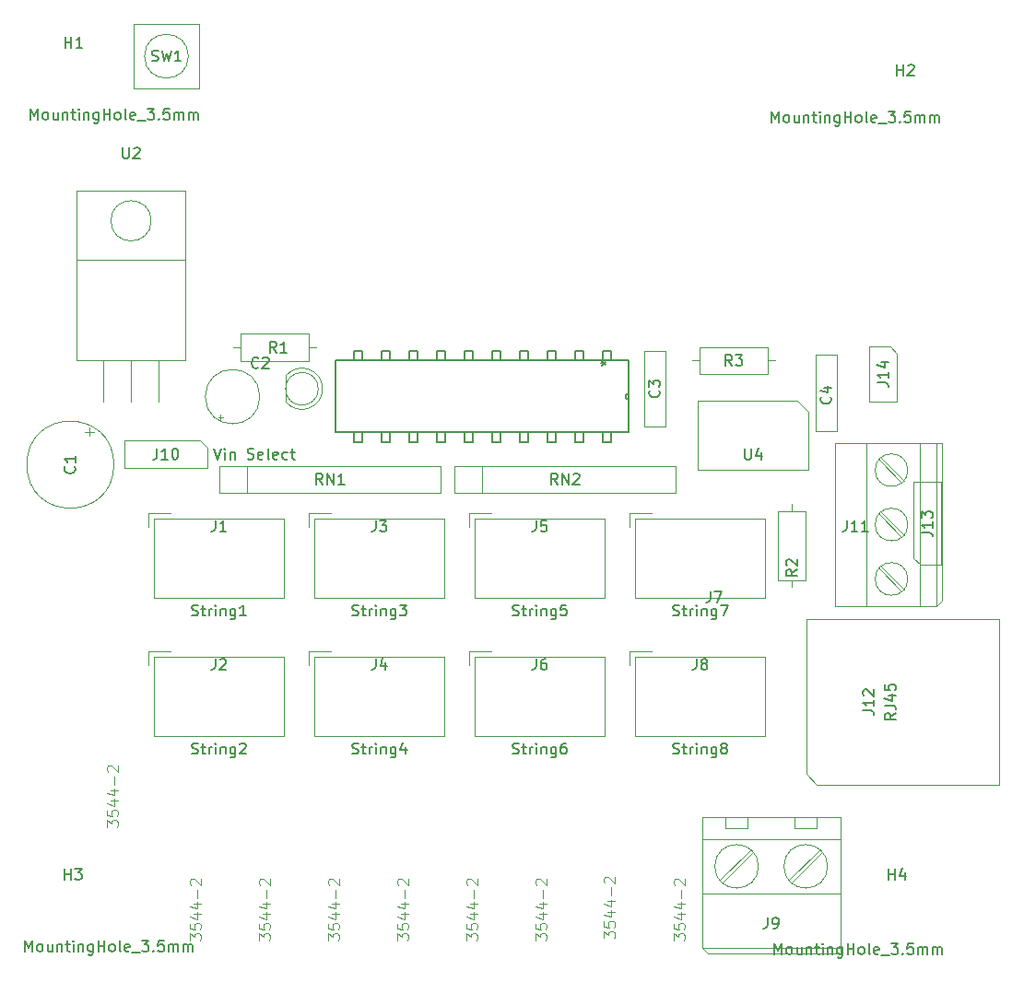
<source format=gbr>
G04 #@! TF.GenerationSoftware,KiCad,Pcbnew,(5.1.9)-1*
G04 #@! TF.CreationDate,2021-05-12T23:26:12-04:00*
G04 #@! TF.ProjectId,ESP32_Controller,45535033-325f-4436-9f6e-74726f6c6c65,v1.2*
G04 #@! TF.SameCoordinates,Original*
G04 #@! TF.FileFunction,Other,Fab,Top*
%FSLAX46Y46*%
G04 Gerber Fmt 4.6, Leading zero omitted, Abs format (unit mm)*
G04 Created by KiCad (PCBNEW (5.1.9)-1) date 2021-05-12 23:26:12*
%MOMM*%
%LPD*%
G01*
G04 APERTURE LIST*
%ADD10C,0.100000*%
%ADD11C,0.120000*%
%ADD12C,0.152400*%
%ADD13C,0.150000*%
%ADD14C,0.050000*%
G04 APERTURE END LIST*
D10*
X132470000Y-86465000D02*
X132470000Y-88370000D01*
X132470000Y-88370000D02*
X124850000Y-88370000D01*
X124850000Y-88370000D02*
X124850000Y-85830000D01*
X124850000Y-85830000D02*
X131835000Y-85830000D01*
X131835000Y-85830000D02*
X132470000Y-86465000D01*
X199898000Y-97282000D02*
X197993000Y-97282000D01*
X197993000Y-97282000D02*
X197358000Y-96647000D01*
X197358000Y-96647000D02*
X197358000Y-89662000D01*
X197358000Y-89662000D02*
X199898000Y-89662000D01*
X199898000Y-89662000D02*
X199898000Y-97282000D01*
D11*
X205232000Y-117505000D02*
X188492000Y-117505000D01*
X205232000Y-102205000D02*
X205232000Y-117505000D01*
X187492000Y-102205000D02*
X205232000Y-102205000D01*
X187492000Y-116505000D02*
X187492000Y-102205000D01*
X188492000Y-117505000D02*
X187492000Y-116505000D01*
D10*
X177698000Y-77236000D02*
X177698000Y-79736000D01*
X177698000Y-79736000D02*
X183998000Y-79736000D01*
X183998000Y-79736000D02*
X183998000Y-77236000D01*
X183998000Y-77236000D02*
X177698000Y-77236000D01*
X177038000Y-78486000D02*
X177698000Y-78486000D01*
X184658000Y-78486000D02*
X183998000Y-78486000D01*
X142673200Y-81076800D02*
G75*
G03*
X142673200Y-81076800I-1500000J0D01*
G01*
X139673200Y-79910610D02*
X139673200Y-82242990D01*
X139672645Y-82242276D02*
G75*
G03*
X139673200Y-79910610I1500555J1165476D01*
G01*
X141834000Y-78504100D02*
X141834000Y-76004100D01*
X141834000Y-76004100D02*
X135534000Y-76004100D01*
X135534000Y-76004100D02*
X135534000Y-78504100D01*
X135534000Y-78504100D02*
X141834000Y-78504100D01*
X142494000Y-77254100D02*
X141834000Y-77254100D01*
X134874000Y-77254100D02*
X135534000Y-77254100D01*
X193294000Y-82296000D02*
X193294000Y-77216000D01*
X195834000Y-82296000D02*
X193294000Y-82296000D01*
X195834000Y-77851000D02*
X195834000Y-82296000D01*
X195199000Y-77216000D02*
X195834000Y-77851000D01*
X193294000Y-77216000D02*
X195199000Y-77216000D01*
X130741564Y-50510000D02*
G75*
G03*
X130741564Y-50510000I-2015564J0D01*
G01*
X125726000Y-47510000D02*
X128726000Y-47510000D01*
X125726000Y-53510000D02*
X125726000Y-47510000D01*
X131726000Y-53510000D02*
X125726000Y-53510000D01*
X131726000Y-47510000D02*
X131726000Y-53510000D01*
X128726000Y-47510000D02*
X131726000Y-47510000D01*
X187706000Y-83169000D02*
X187706000Y-88519000D01*
X187706000Y-88519000D02*
X177546000Y-88519000D01*
X177546000Y-88519000D02*
X177546000Y-82169000D01*
X177546000Y-82169000D02*
X186706000Y-82169000D01*
X186706000Y-82169000D02*
X187706000Y-83169000D01*
X184932000Y-98654000D02*
X187432000Y-98654000D01*
X187432000Y-98654000D02*
X187432000Y-92354000D01*
X187432000Y-92354000D02*
X184932000Y-92354000D01*
X184932000Y-92354000D02*
X184932000Y-98654000D01*
X186182000Y-99314000D02*
X186182000Y-98654000D01*
X186182000Y-91694000D02*
X186182000Y-92354000D01*
X196826000Y-98552000D02*
G75*
G03*
X196826000Y-98552000I-1500000J0D01*
G01*
X196826000Y-93552000D02*
G75*
G03*
X196826000Y-93552000I-1500000J0D01*
G01*
X196826000Y-88552000D02*
G75*
G03*
X196826000Y-88552000I-1500000J0D01*
G01*
X190126000Y-101052000D02*
X190126000Y-86052000D01*
X190126000Y-86052000D02*
X199926000Y-86052000D01*
X199926000Y-86052000D02*
X199926000Y-100552000D01*
X199926000Y-100552000D02*
X199426000Y-101052000D01*
X199426000Y-101052000D02*
X190126000Y-101052000D01*
X199426000Y-101052000D02*
X199426000Y-86052000D01*
X197926000Y-101052000D02*
X197926000Y-86052000D01*
X193026000Y-101052000D02*
X193026000Y-86052000D01*
X194371000Y-97414000D02*
X196464000Y-99507000D01*
X194188000Y-97597000D02*
X196281000Y-99690000D01*
X194371000Y-92414000D02*
X196464000Y-94506000D01*
X194188000Y-92597000D02*
X196281000Y-94689000D01*
X194371000Y-87414000D02*
X196464000Y-89506000D01*
X194188000Y-87597000D02*
X196281000Y-89689000D01*
X188357000Y-84947000D02*
X190357000Y-84947000D01*
X190357000Y-84947000D02*
X190357000Y-77947000D01*
X190357000Y-77947000D02*
X188357000Y-77947000D01*
X188357000Y-77947000D02*
X188357000Y-84947000D01*
X127326000Y-65636000D02*
G75*
G03*
X127326000Y-65636000I-1850000J0D01*
G01*
X120476000Y-69236000D02*
X120476000Y-62836000D01*
X120476000Y-62836000D02*
X130476000Y-62836000D01*
X130476000Y-62836000D02*
X130476000Y-69236000D01*
X130476000Y-69236000D02*
X120476000Y-69236000D01*
X120476000Y-78486000D02*
X120476000Y-69236000D01*
X120476000Y-69236000D02*
X130476000Y-69236000D01*
X130476000Y-69236000D02*
X130476000Y-78486000D01*
X130476000Y-78486000D02*
X120476000Y-78486000D01*
X122936000Y-78486000D02*
X122936000Y-82296000D01*
X125476000Y-78486000D02*
X125476000Y-82296000D01*
X128016000Y-78486000D02*
X128016000Y-82296000D01*
X127598000Y-105732000D02*
X127598000Y-112982000D01*
X127598000Y-112982000D02*
X139498000Y-112982000D01*
X139498000Y-112982000D02*
X139498000Y-105732000D01*
X139498000Y-105732000D02*
X127598000Y-105732000D01*
X127098000Y-106482000D02*
X127098000Y-105232000D01*
X127098000Y-105232000D02*
X129098000Y-105232000D01*
X157062000Y-105732000D02*
X157062000Y-112982000D01*
X157062000Y-112982000D02*
X168962000Y-112982000D01*
X168962000Y-112982000D02*
X168962000Y-105732000D01*
X168962000Y-105732000D02*
X157062000Y-105732000D01*
X156562000Y-106482000D02*
X156562000Y-105232000D01*
X156562000Y-105232000D02*
X158562000Y-105232000D01*
X142330000Y-105732000D02*
X142330000Y-112982000D01*
X142330000Y-112982000D02*
X154230000Y-112982000D01*
X154230000Y-112982000D02*
X154230000Y-105732000D01*
X154230000Y-105732000D02*
X142330000Y-105732000D01*
X141830000Y-106482000D02*
X141830000Y-105232000D01*
X141830000Y-105232000D02*
X143830000Y-105232000D01*
X171794000Y-105732000D02*
X171794000Y-112982000D01*
X171794000Y-112982000D02*
X183694000Y-112982000D01*
X183694000Y-112982000D02*
X183694000Y-105732000D01*
X183694000Y-105732000D02*
X171794000Y-105732000D01*
X171294000Y-106482000D02*
X171294000Y-105232000D01*
X171294000Y-105232000D02*
X173294000Y-105232000D01*
X155174000Y-88158000D02*
X155174000Y-90658000D01*
X155174000Y-90658000D02*
X175534000Y-90658000D01*
X175534000Y-90658000D02*
X175534000Y-88158000D01*
X175534000Y-88158000D02*
X155174000Y-88158000D01*
X157734000Y-88158000D02*
X157734000Y-90658000D01*
X133584000Y-88158000D02*
X133584000Y-90658000D01*
X133584000Y-90658000D02*
X153944000Y-90658000D01*
X153944000Y-90658000D02*
X153944000Y-88158000D01*
X153944000Y-88158000D02*
X133584000Y-88158000D01*
X136144000Y-88158000D02*
X136144000Y-90658000D01*
X172609000Y-84566000D02*
X174609000Y-84566000D01*
X174609000Y-84566000D02*
X174609000Y-77566000D01*
X174609000Y-77566000D02*
X172609000Y-77566000D01*
X172609000Y-77566000D02*
X172609000Y-84566000D01*
X123900000Y-88050000D02*
G75*
G03*
X123900000Y-88050000I-4000000J0D01*
G01*
X121647500Y-84623241D02*
X121647500Y-85423241D01*
X122047500Y-85023241D02*
X121247500Y-85023241D01*
D12*
X168770300Y-78486000D02*
X169557700Y-78486000D01*
X169557700Y-78486000D02*
X169557700Y-77584300D01*
X169557700Y-77584300D02*
X168770300Y-77584300D01*
X168770300Y-77584300D02*
X168770300Y-78486000D01*
X166230300Y-78486000D02*
X167017700Y-78486000D01*
X167017700Y-78486000D02*
X167017700Y-77584300D01*
X167017700Y-77584300D02*
X166230300Y-77584300D01*
X166230300Y-77584300D02*
X166230300Y-78486000D01*
X163690300Y-78486000D02*
X164477700Y-78486000D01*
X164477700Y-78486000D02*
X164477700Y-77584300D01*
X164477700Y-77584300D02*
X163690300Y-77584300D01*
X163690300Y-77584300D02*
X163690300Y-78486000D01*
X161150300Y-78486000D02*
X161937700Y-78486000D01*
X161937700Y-78486000D02*
X161937700Y-77584300D01*
X161937700Y-77584300D02*
X161150300Y-77584300D01*
X161150300Y-77584300D02*
X161150300Y-78486000D01*
X158610300Y-78486000D02*
X159397700Y-78486000D01*
X159397700Y-78486000D02*
X159397700Y-77584300D01*
X159397700Y-77584300D02*
X158610300Y-77584300D01*
X158610300Y-77584300D02*
X158610300Y-78486000D01*
X156070300Y-78486000D02*
X156857700Y-78486000D01*
X156857700Y-78486000D02*
X156857700Y-77584300D01*
X156857700Y-77584300D02*
X156070300Y-77584300D01*
X156070300Y-77584300D02*
X156070300Y-78486000D01*
X153530300Y-78486000D02*
X154317700Y-78486000D01*
X154317700Y-78486000D02*
X154317700Y-77584300D01*
X154317700Y-77584300D02*
X153530300Y-77584300D01*
X153530300Y-77584300D02*
X153530300Y-78486000D01*
X150990300Y-78486000D02*
X151777700Y-78486000D01*
X151777700Y-78486000D02*
X151777700Y-77584300D01*
X151777700Y-77584300D02*
X150990300Y-77584300D01*
X150990300Y-77584300D02*
X150990300Y-78486000D01*
X148450300Y-78486000D02*
X149237700Y-78486000D01*
X149237700Y-78486000D02*
X149237700Y-77584300D01*
X149237700Y-77584300D02*
X148450300Y-77584300D01*
X148450300Y-77584300D02*
X148450300Y-78486000D01*
X145910300Y-78486000D02*
X146697700Y-78486000D01*
X146697700Y-78486000D02*
X146697700Y-77584300D01*
X146697700Y-77584300D02*
X145910300Y-77584300D01*
X145910300Y-77584300D02*
X145910300Y-78486000D01*
X146697700Y-85090000D02*
X145910300Y-85090000D01*
X145910300Y-85090000D02*
X145910300Y-85991700D01*
X145910300Y-85991700D02*
X146697700Y-85991700D01*
X146697700Y-85991700D02*
X146697700Y-85090000D01*
X149237700Y-85090000D02*
X148450300Y-85090000D01*
X148450300Y-85090000D02*
X148450300Y-85991700D01*
X148450300Y-85991700D02*
X149237700Y-85991700D01*
X149237700Y-85991700D02*
X149237700Y-85090000D01*
X151777700Y-85090000D02*
X150990300Y-85090000D01*
X150990300Y-85090000D02*
X150990300Y-85991700D01*
X150990300Y-85991700D02*
X151777700Y-85991700D01*
X151777700Y-85991700D02*
X151777700Y-85090000D01*
X154317700Y-85090000D02*
X153530300Y-85090000D01*
X153530300Y-85090000D02*
X153530300Y-85991700D01*
X153530300Y-85991700D02*
X154317700Y-85991700D01*
X154317700Y-85991700D02*
X154317700Y-85090000D01*
X156857700Y-85090000D02*
X156070300Y-85090000D01*
X156070300Y-85090000D02*
X156070300Y-85991700D01*
X156070300Y-85991700D02*
X156857700Y-85991700D01*
X156857700Y-85991700D02*
X156857700Y-85090000D01*
X159397700Y-85090000D02*
X158610300Y-85090000D01*
X158610300Y-85090000D02*
X158610300Y-85991700D01*
X158610300Y-85991700D02*
X159397700Y-85991700D01*
X159397700Y-85991700D02*
X159397700Y-85090000D01*
X161937700Y-85090000D02*
X161150300Y-85090000D01*
X161150300Y-85090000D02*
X161150300Y-85991700D01*
X161150300Y-85991700D02*
X161937700Y-85991700D01*
X161937700Y-85991700D02*
X161937700Y-85090000D01*
X164477700Y-85090000D02*
X163690300Y-85090000D01*
X163690300Y-85090000D02*
X163690300Y-85991700D01*
X163690300Y-85991700D02*
X164477700Y-85991700D01*
X164477700Y-85991700D02*
X164477700Y-85090000D01*
X167017700Y-85090000D02*
X166230300Y-85090000D01*
X166230300Y-85090000D02*
X166230300Y-85991700D01*
X166230300Y-85991700D02*
X167017700Y-85991700D01*
X167017700Y-85991700D02*
X167017700Y-85090000D01*
X169557700Y-85090000D02*
X168770300Y-85090000D01*
X168770300Y-85090000D02*
X168770300Y-85991700D01*
X168770300Y-85991700D02*
X169557700Y-85991700D01*
X169557700Y-85991700D02*
X169557700Y-85090000D01*
X144272000Y-78486000D02*
X144272000Y-85090000D01*
X144272000Y-85090000D02*
X171196000Y-85090000D01*
X171196000Y-85090000D02*
X171196000Y-78486000D01*
X171196000Y-78486000D02*
X144272000Y-78486000D01*
X171196000Y-81483200D02*
G75*
G03*
X171196000Y-82092800I0J-304800D01*
G01*
D10*
X171794000Y-93032000D02*
X171794000Y-100282000D01*
X171794000Y-100282000D02*
X183694000Y-100282000D01*
X183694000Y-100282000D02*
X183694000Y-93032000D01*
X183694000Y-93032000D02*
X171794000Y-93032000D01*
X171294000Y-93782000D02*
X171294000Y-92532000D01*
X171294000Y-92532000D02*
X173294000Y-92532000D01*
X183102000Y-124968000D02*
G75*
G03*
X183102000Y-124968000I-2000000J0D01*
G01*
X189452000Y-124968000D02*
G75*
G03*
X189452000Y-124968000I-2000000J0D01*
G01*
X177927000Y-120468000D02*
X190627000Y-120468000D01*
X190627000Y-120468000D02*
X190627000Y-132968000D01*
X190627000Y-132968000D02*
X178427000Y-132968000D01*
X178427000Y-132968000D02*
X177927000Y-132468000D01*
X177927000Y-132468000D02*
X177927000Y-120468000D01*
X177927000Y-132468000D02*
X190627000Y-132468000D01*
X177927000Y-127468000D02*
X190627000Y-127468000D01*
X177927000Y-122468000D02*
X190627000Y-122468000D01*
X182619000Y-123695000D02*
X179829000Y-126485000D01*
X182375000Y-123451000D02*
X179585000Y-126241000D01*
X180102000Y-120468000D02*
X180102000Y-121468000D01*
X180102000Y-121468000D02*
X182102000Y-121468000D01*
X182102000Y-121468000D02*
X182102000Y-120468000D01*
X182102000Y-120468000D02*
X180102000Y-120468000D01*
X188969000Y-123695000D02*
X186180000Y-126485000D01*
X188725000Y-123451000D02*
X185936000Y-126241000D01*
X186452000Y-120468000D02*
X186452000Y-121468000D01*
X186452000Y-121468000D02*
X188452000Y-121468000D01*
X188452000Y-121468000D02*
X188452000Y-120468000D01*
X188452000Y-120468000D02*
X186452000Y-120468000D01*
X157062000Y-93032000D02*
X157062000Y-100282000D01*
X157062000Y-100282000D02*
X168962000Y-100282000D01*
X168962000Y-100282000D02*
X168962000Y-93032000D01*
X168962000Y-93032000D02*
X157062000Y-93032000D01*
X156562000Y-93782000D02*
X156562000Y-92532000D01*
X156562000Y-92532000D02*
X158562000Y-92532000D01*
X142330000Y-93032000D02*
X142330000Y-100282000D01*
X142330000Y-100282000D02*
X154230000Y-100282000D01*
X154230000Y-100282000D02*
X154230000Y-93032000D01*
X154230000Y-93032000D02*
X142330000Y-93032000D01*
X141830000Y-93782000D02*
X141830000Y-92532000D01*
X141830000Y-92532000D02*
X143830000Y-92532000D01*
X127598000Y-93032000D02*
X127598000Y-100282000D01*
X127598000Y-100282000D02*
X139498000Y-100282000D01*
X139498000Y-100282000D02*
X139498000Y-93032000D01*
X139498000Y-93032000D02*
X127598000Y-93032000D01*
X127098000Y-93782000D02*
X127098000Y-92532000D01*
X127098000Y-92532000D02*
X129098000Y-92532000D01*
X137300000Y-81800000D02*
G75*
G03*
X137300000Y-81800000I-2500000J0D01*
G01*
X133712500Y-83933605D02*
X133712500Y-83433605D01*
X133462500Y-83683605D02*
X133962500Y-83683605D01*
D13*
X133085714Y-86552380D02*
X133419047Y-87552380D01*
X133752380Y-86552380D01*
X134085714Y-87552380D02*
X134085714Y-86885714D01*
X134085714Y-86552380D02*
X134038095Y-86600000D01*
X134085714Y-86647619D01*
X134133333Y-86600000D01*
X134085714Y-86552380D01*
X134085714Y-86647619D01*
X134561904Y-86885714D02*
X134561904Y-87552380D01*
X134561904Y-86980952D02*
X134609523Y-86933333D01*
X134704761Y-86885714D01*
X134847619Y-86885714D01*
X134942857Y-86933333D01*
X134990476Y-87028571D01*
X134990476Y-87552380D01*
X136180952Y-87504761D02*
X136323809Y-87552380D01*
X136561904Y-87552380D01*
X136657142Y-87504761D01*
X136704761Y-87457142D01*
X136752380Y-87361904D01*
X136752380Y-87266666D01*
X136704761Y-87171428D01*
X136657142Y-87123809D01*
X136561904Y-87076190D01*
X136371428Y-87028571D01*
X136276190Y-86980952D01*
X136228571Y-86933333D01*
X136180952Y-86838095D01*
X136180952Y-86742857D01*
X136228571Y-86647619D01*
X136276190Y-86600000D01*
X136371428Y-86552380D01*
X136609523Y-86552380D01*
X136752380Y-86600000D01*
X137561904Y-87504761D02*
X137466666Y-87552380D01*
X137276190Y-87552380D01*
X137180952Y-87504761D01*
X137133333Y-87409523D01*
X137133333Y-87028571D01*
X137180952Y-86933333D01*
X137276190Y-86885714D01*
X137466666Y-86885714D01*
X137561904Y-86933333D01*
X137609523Y-87028571D01*
X137609523Y-87123809D01*
X137133333Y-87219047D01*
X138180952Y-87552380D02*
X138085714Y-87504761D01*
X138038095Y-87409523D01*
X138038095Y-86552380D01*
X138942857Y-87504761D02*
X138847619Y-87552380D01*
X138657142Y-87552380D01*
X138561904Y-87504761D01*
X138514285Y-87409523D01*
X138514285Y-87028571D01*
X138561904Y-86933333D01*
X138657142Y-86885714D01*
X138847619Y-86885714D01*
X138942857Y-86933333D01*
X138990476Y-87028571D01*
X138990476Y-87123809D01*
X138514285Y-87219047D01*
X139847619Y-87504761D02*
X139752380Y-87552380D01*
X139561904Y-87552380D01*
X139466666Y-87504761D01*
X139419047Y-87457142D01*
X139371428Y-87361904D01*
X139371428Y-87076190D01*
X139419047Y-86980952D01*
X139466666Y-86933333D01*
X139561904Y-86885714D01*
X139752380Y-86885714D01*
X139847619Y-86933333D01*
X140133333Y-86885714D02*
X140514285Y-86885714D01*
X140276190Y-86552380D02*
X140276190Y-87409523D01*
X140323809Y-87504761D01*
X140419047Y-87552380D01*
X140514285Y-87552380D01*
X127850476Y-86552380D02*
X127850476Y-87266666D01*
X127802857Y-87409523D01*
X127707619Y-87504761D01*
X127564761Y-87552380D01*
X127469523Y-87552380D01*
X128850476Y-87552380D02*
X128279047Y-87552380D01*
X128564761Y-87552380D02*
X128564761Y-86552380D01*
X128469523Y-86695238D01*
X128374285Y-86790476D01*
X128279047Y-86838095D01*
X129469523Y-86552380D02*
X129564761Y-86552380D01*
X129660000Y-86600000D01*
X129707619Y-86647619D01*
X129755238Y-86742857D01*
X129802857Y-86933333D01*
X129802857Y-87171428D01*
X129755238Y-87361904D01*
X129707619Y-87457142D01*
X129660000Y-87504761D01*
X129564761Y-87552380D01*
X129469523Y-87552380D01*
X129374285Y-87504761D01*
X129326666Y-87457142D01*
X129279047Y-87361904D01*
X129231428Y-87171428D01*
X129231428Y-86933333D01*
X129279047Y-86742857D01*
X129326666Y-86647619D01*
X129374285Y-86600000D01*
X129469523Y-86552380D01*
X198080380Y-94281523D02*
X198794666Y-94281523D01*
X198937523Y-94329142D01*
X199032761Y-94424380D01*
X199080380Y-94567238D01*
X199080380Y-94662476D01*
X199080380Y-93281523D02*
X199080380Y-93852952D01*
X199080380Y-93567238D02*
X198080380Y-93567238D01*
X198223238Y-93662476D01*
X198318476Y-93757714D01*
X198366095Y-93852952D01*
X198080380Y-92948190D02*
X198080380Y-92329142D01*
X198461333Y-92662476D01*
X198461333Y-92519619D01*
X198508952Y-92424380D01*
X198556571Y-92376761D01*
X198651809Y-92329142D01*
X198889904Y-92329142D01*
X198985142Y-92376761D01*
X199032761Y-92424380D01*
X199080380Y-92519619D01*
X199080380Y-92805333D01*
X199032761Y-92900571D01*
X198985142Y-92948190D01*
X195714380Y-110878809D02*
X195238190Y-111212142D01*
X195714380Y-111450238D02*
X194714380Y-111450238D01*
X194714380Y-111069285D01*
X194762000Y-110974047D01*
X194809619Y-110926428D01*
X194904857Y-110878809D01*
X195047714Y-110878809D01*
X195142952Y-110926428D01*
X195190571Y-110974047D01*
X195238190Y-111069285D01*
X195238190Y-111450238D01*
X194714380Y-110164523D02*
X195428666Y-110164523D01*
X195571523Y-110212142D01*
X195666761Y-110307380D01*
X195714380Y-110450238D01*
X195714380Y-110545476D01*
X195047714Y-109259761D02*
X195714380Y-109259761D01*
X194666761Y-109497857D02*
X195381047Y-109735952D01*
X195381047Y-109116904D01*
X194714380Y-108259761D02*
X194714380Y-108735952D01*
X195190571Y-108783571D01*
X195142952Y-108735952D01*
X195095333Y-108640714D01*
X195095333Y-108402619D01*
X195142952Y-108307380D01*
X195190571Y-108259761D01*
X195285809Y-108212142D01*
X195523904Y-108212142D01*
X195619142Y-108259761D01*
X195666761Y-108307380D01*
X195714380Y-108402619D01*
X195714380Y-108640714D01*
X195666761Y-108735952D01*
X195619142Y-108783571D01*
X192714380Y-110664523D02*
X193428666Y-110664523D01*
X193571523Y-110712142D01*
X193666761Y-110807380D01*
X193714380Y-110950238D01*
X193714380Y-111045476D01*
X193714380Y-109664523D02*
X193714380Y-110235952D01*
X193714380Y-109950238D02*
X192714380Y-109950238D01*
X192857238Y-110045476D01*
X192952476Y-110140714D01*
X193000095Y-110235952D01*
X192809619Y-109283571D02*
X192762000Y-109235952D01*
X192714380Y-109140714D01*
X192714380Y-108902619D01*
X192762000Y-108807380D01*
X192809619Y-108759761D01*
X192904857Y-108712142D01*
X193000095Y-108712142D01*
X193142952Y-108759761D01*
X193714380Y-109331190D01*
X193714380Y-108712142D01*
X180681333Y-78938380D02*
X180348000Y-78462190D01*
X180109904Y-78938380D02*
X180109904Y-77938380D01*
X180490857Y-77938380D01*
X180586095Y-77986000D01*
X180633714Y-78033619D01*
X180681333Y-78128857D01*
X180681333Y-78271714D01*
X180633714Y-78366952D01*
X180586095Y-78414571D01*
X180490857Y-78462190D01*
X180109904Y-78462190D01*
X181014666Y-77938380D02*
X181633714Y-77938380D01*
X181300380Y-78319333D01*
X181443238Y-78319333D01*
X181538476Y-78366952D01*
X181586095Y-78414571D01*
X181633714Y-78509809D01*
X181633714Y-78747904D01*
X181586095Y-78843142D01*
X181538476Y-78890761D01*
X181443238Y-78938380D01*
X181157523Y-78938380D01*
X181062285Y-78890761D01*
X181014666Y-78843142D01*
X138834833Y-77744580D02*
X138501500Y-77268390D01*
X138263404Y-77744580D02*
X138263404Y-76744580D01*
X138644357Y-76744580D01*
X138739595Y-76792200D01*
X138787214Y-76839819D01*
X138834833Y-76935057D01*
X138834833Y-77077914D01*
X138787214Y-77173152D01*
X138739595Y-77220771D01*
X138644357Y-77268390D01*
X138263404Y-77268390D01*
X139787214Y-77744580D02*
X139215785Y-77744580D01*
X139501500Y-77744580D02*
X139501500Y-76744580D01*
X139406261Y-76887438D01*
X139311023Y-76982676D01*
X139215785Y-77030295D01*
X194016380Y-80514723D02*
X194730666Y-80514723D01*
X194873523Y-80562342D01*
X194968761Y-80657580D01*
X195016380Y-80800438D01*
X195016380Y-80895676D01*
X195016380Y-79514723D02*
X195016380Y-80086152D01*
X195016380Y-79800438D02*
X194016380Y-79800438D01*
X194159238Y-79895676D01*
X194254476Y-79990914D01*
X194302095Y-80086152D01*
X194349714Y-78657580D02*
X195016380Y-78657580D01*
X193968761Y-78895676D02*
X194683047Y-79133771D01*
X194683047Y-78514723D01*
X127392666Y-50914761D02*
X127535523Y-50962380D01*
X127773619Y-50962380D01*
X127868857Y-50914761D01*
X127916476Y-50867142D01*
X127964095Y-50771904D01*
X127964095Y-50676666D01*
X127916476Y-50581428D01*
X127868857Y-50533809D01*
X127773619Y-50486190D01*
X127583142Y-50438571D01*
X127487904Y-50390952D01*
X127440285Y-50343333D01*
X127392666Y-50248095D01*
X127392666Y-50152857D01*
X127440285Y-50057619D01*
X127487904Y-50010000D01*
X127583142Y-49962380D01*
X127821238Y-49962380D01*
X127964095Y-50010000D01*
X128297428Y-49962380D02*
X128535523Y-50962380D01*
X128726000Y-50248095D01*
X128916476Y-50962380D01*
X129154571Y-49962380D01*
X130059333Y-50962380D02*
X129487904Y-50962380D01*
X129773619Y-50962380D02*
X129773619Y-49962380D01*
X129678380Y-50105238D01*
X129583142Y-50200476D01*
X129487904Y-50248095D01*
X181864095Y-86574380D02*
X181864095Y-87383904D01*
X181911714Y-87479142D01*
X181959333Y-87526761D01*
X182054571Y-87574380D01*
X182245047Y-87574380D01*
X182340285Y-87526761D01*
X182387904Y-87479142D01*
X182435523Y-87383904D01*
X182435523Y-86574380D01*
X183340285Y-86907714D02*
X183340285Y-87574380D01*
X183102190Y-86526761D02*
X182864095Y-87241047D01*
X183483142Y-87241047D01*
X186634380Y-97702666D02*
X186158190Y-98036000D01*
X186634380Y-98274095D02*
X185634380Y-98274095D01*
X185634380Y-97893142D01*
X185682000Y-97797904D01*
X185729619Y-97750285D01*
X185824857Y-97702666D01*
X185967714Y-97702666D01*
X186062952Y-97750285D01*
X186110571Y-97797904D01*
X186158190Y-97893142D01*
X186158190Y-98274095D01*
X185729619Y-97321714D02*
X185682000Y-97274095D01*
X185634380Y-97178857D01*
X185634380Y-96940761D01*
X185682000Y-96845523D01*
X185729619Y-96797904D01*
X185824857Y-96750285D01*
X185920095Y-96750285D01*
X186062952Y-96797904D01*
X186634380Y-97369333D01*
X186634380Y-96750285D01*
X191214476Y-93178380D02*
X191214476Y-93892666D01*
X191166857Y-94035523D01*
X191071619Y-94130761D01*
X190928761Y-94178380D01*
X190833523Y-94178380D01*
X192214476Y-94178380D02*
X191643047Y-94178380D01*
X191928761Y-94178380D02*
X191928761Y-93178380D01*
X191833523Y-93321238D01*
X191738285Y-93416476D01*
X191643047Y-93464095D01*
X193166857Y-94178380D02*
X192595428Y-94178380D01*
X192881142Y-94178380D02*
X192881142Y-93178380D01*
X192785904Y-93321238D01*
X192690666Y-93416476D01*
X192595428Y-93464095D01*
X189714142Y-81827666D02*
X189761761Y-81875285D01*
X189809380Y-82018142D01*
X189809380Y-82113380D01*
X189761761Y-82256238D01*
X189666523Y-82351476D01*
X189571285Y-82399095D01*
X189380809Y-82446714D01*
X189237952Y-82446714D01*
X189047476Y-82399095D01*
X188952238Y-82351476D01*
X188857000Y-82256238D01*
X188809380Y-82113380D01*
X188809380Y-82018142D01*
X188857000Y-81875285D01*
X188904619Y-81827666D01*
X189142714Y-80970523D02*
X189809380Y-80970523D01*
X188761761Y-81208619D02*
X189476047Y-81446714D01*
X189476047Y-80827666D01*
X124714095Y-58888380D02*
X124714095Y-59697904D01*
X124761714Y-59793142D01*
X124809333Y-59840761D01*
X124904571Y-59888380D01*
X125095047Y-59888380D01*
X125190285Y-59840761D01*
X125237904Y-59793142D01*
X125285523Y-59697904D01*
X125285523Y-58888380D01*
X125714095Y-58983619D02*
X125761714Y-58936000D01*
X125856952Y-58888380D01*
X126095047Y-58888380D01*
X126190285Y-58936000D01*
X126237904Y-58983619D01*
X126285523Y-59078857D01*
X126285523Y-59174095D01*
X126237904Y-59316952D01*
X125666476Y-59888380D01*
X126285523Y-59888380D01*
X131048000Y-114586761D02*
X131190857Y-114634380D01*
X131428952Y-114634380D01*
X131524190Y-114586761D01*
X131571809Y-114539142D01*
X131619428Y-114443904D01*
X131619428Y-114348666D01*
X131571809Y-114253428D01*
X131524190Y-114205809D01*
X131428952Y-114158190D01*
X131238476Y-114110571D01*
X131143238Y-114062952D01*
X131095619Y-114015333D01*
X131048000Y-113920095D01*
X131048000Y-113824857D01*
X131095619Y-113729619D01*
X131143238Y-113682000D01*
X131238476Y-113634380D01*
X131476571Y-113634380D01*
X131619428Y-113682000D01*
X131905142Y-113967714D02*
X132286095Y-113967714D01*
X132048000Y-113634380D02*
X132048000Y-114491523D01*
X132095619Y-114586761D01*
X132190857Y-114634380D01*
X132286095Y-114634380D01*
X132619428Y-114634380D02*
X132619428Y-113967714D01*
X132619428Y-114158190D02*
X132667047Y-114062952D01*
X132714666Y-114015333D01*
X132809904Y-113967714D01*
X132905142Y-113967714D01*
X133238476Y-114634380D02*
X133238476Y-113967714D01*
X133238476Y-113634380D02*
X133190857Y-113682000D01*
X133238476Y-113729619D01*
X133286095Y-113682000D01*
X133238476Y-113634380D01*
X133238476Y-113729619D01*
X133714666Y-113967714D02*
X133714666Y-114634380D01*
X133714666Y-114062952D02*
X133762285Y-114015333D01*
X133857523Y-113967714D01*
X134000380Y-113967714D01*
X134095619Y-114015333D01*
X134143238Y-114110571D01*
X134143238Y-114634380D01*
X135048000Y-113967714D02*
X135048000Y-114777238D01*
X135000380Y-114872476D01*
X134952761Y-114920095D01*
X134857523Y-114967714D01*
X134714666Y-114967714D01*
X134619428Y-114920095D01*
X135048000Y-114586761D02*
X134952761Y-114634380D01*
X134762285Y-114634380D01*
X134667047Y-114586761D01*
X134619428Y-114539142D01*
X134571809Y-114443904D01*
X134571809Y-114158190D01*
X134619428Y-114062952D01*
X134667047Y-114015333D01*
X134762285Y-113967714D01*
X134952761Y-113967714D01*
X135048000Y-114015333D01*
X135476571Y-113729619D02*
X135524190Y-113682000D01*
X135619428Y-113634380D01*
X135857523Y-113634380D01*
X135952761Y-113682000D01*
X136000380Y-113729619D01*
X136048000Y-113824857D01*
X136048000Y-113920095D01*
X136000380Y-114062952D01*
X135428952Y-114634380D01*
X136048000Y-114634380D01*
X133214666Y-105884380D02*
X133214666Y-106598666D01*
X133167047Y-106741523D01*
X133071809Y-106836761D01*
X132928952Y-106884380D01*
X132833714Y-106884380D01*
X133643238Y-105979619D02*
X133690857Y-105932000D01*
X133786095Y-105884380D01*
X134024190Y-105884380D01*
X134119428Y-105932000D01*
X134167047Y-105979619D01*
X134214666Y-106074857D01*
X134214666Y-106170095D01*
X134167047Y-106312952D01*
X133595619Y-106884380D01*
X134214666Y-106884380D01*
X160512000Y-114586761D02*
X160654857Y-114634380D01*
X160892952Y-114634380D01*
X160988190Y-114586761D01*
X161035809Y-114539142D01*
X161083428Y-114443904D01*
X161083428Y-114348666D01*
X161035809Y-114253428D01*
X160988190Y-114205809D01*
X160892952Y-114158190D01*
X160702476Y-114110571D01*
X160607238Y-114062952D01*
X160559619Y-114015333D01*
X160512000Y-113920095D01*
X160512000Y-113824857D01*
X160559619Y-113729619D01*
X160607238Y-113682000D01*
X160702476Y-113634380D01*
X160940571Y-113634380D01*
X161083428Y-113682000D01*
X161369142Y-113967714D02*
X161750095Y-113967714D01*
X161512000Y-113634380D02*
X161512000Y-114491523D01*
X161559619Y-114586761D01*
X161654857Y-114634380D01*
X161750095Y-114634380D01*
X162083428Y-114634380D02*
X162083428Y-113967714D01*
X162083428Y-114158190D02*
X162131047Y-114062952D01*
X162178666Y-114015333D01*
X162273904Y-113967714D01*
X162369142Y-113967714D01*
X162702476Y-114634380D02*
X162702476Y-113967714D01*
X162702476Y-113634380D02*
X162654857Y-113682000D01*
X162702476Y-113729619D01*
X162750095Y-113682000D01*
X162702476Y-113634380D01*
X162702476Y-113729619D01*
X163178666Y-113967714D02*
X163178666Y-114634380D01*
X163178666Y-114062952D02*
X163226285Y-114015333D01*
X163321523Y-113967714D01*
X163464380Y-113967714D01*
X163559619Y-114015333D01*
X163607238Y-114110571D01*
X163607238Y-114634380D01*
X164512000Y-113967714D02*
X164512000Y-114777238D01*
X164464380Y-114872476D01*
X164416761Y-114920095D01*
X164321523Y-114967714D01*
X164178666Y-114967714D01*
X164083428Y-114920095D01*
X164512000Y-114586761D02*
X164416761Y-114634380D01*
X164226285Y-114634380D01*
X164131047Y-114586761D01*
X164083428Y-114539142D01*
X164035809Y-114443904D01*
X164035809Y-114158190D01*
X164083428Y-114062952D01*
X164131047Y-114015333D01*
X164226285Y-113967714D01*
X164416761Y-113967714D01*
X164512000Y-114015333D01*
X165416761Y-113634380D02*
X165226285Y-113634380D01*
X165131047Y-113682000D01*
X165083428Y-113729619D01*
X164988190Y-113872476D01*
X164940571Y-114062952D01*
X164940571Y-114443904D01*
X164988190Y-114539142D01*
X165035809Y-114586761D01*
X165131047Y-114634380D01*
X165321523Y-114634380D01*
X165416761Y-114586761D01*
X165464380Y-114539142D01*
X165512000Y-114443904D01*
X165512000Y-114205809D01*
X165464380Y-114110571D01*
X165416761Y-114062952D01*
X165321523Y-114015333D01*
X165131047Y-114015333D01*
X165035809Y-114062952D01*
X164988190Y-114110571D01*
X164940571Y-114205809D01*
X162678666Y-105884380D02*
X162678666Y-106598666D01*
X162631047Y-106741523D01*
X162535809Y-106836761D01*
X162392952Y-106884380D01*
X162297714Y-106884380D01*
X163583428Y-105884380D02*
X163392952Y-105884380D01*
X163297714Y-105932000D01*
X163250095Y-105979619D01*
X163154857Y-106122476D01*
X163107238Y-106312952D01*
X163107238Y-106693904D01*
X163154857Y-106789142D01*
X163202476Y-106836761D01*
X163297714Y-106884380D01*
X163488190Y-106884380D01*
X163583428Y-106836761D01*
X163631047Y-106789142D01*
X163678666Y-106693904D01*
X163678666Y-106455809D01*
X163631047Y-106360571D01*
X163583428Y-106312952D01*
X163488190Y-106265333D01*
X163297714Y-106265333D01*
X163202476Y-106312952D01*
X163154857Y-106360571D01*
X163107238Y-106455809D01*
X145780000Y-114586761D02*
X145922857Y-114634380D01*
X146160952Y-114634380D01*
X146256190Y-114586761D01*
X146303809Y-114539142D01*
X146351428Y-114443904D01*
X146351428Y-114348666D01*
X146303809Y-114253428D01*
X146256190Y-114205809D01*
X146160952Y-114158190D01*
X145970476Y-114110571D01*
X145875238Y-114062952D01*
X145827619Y-114015333D01*
X145780000Y-113920095D01*
X145780000Y-113824857D01*
X145827619Y-113729619D01*
X145875238Y-113682000D01*
X145970476Y-113634380D01*
X146208571Y-113634380D01*
X146351428Y-113682000D01*
X146637142Y-113967714D02*
X147018095Y-113967714D01*
X146780000Y-113634380D02*
X146780000Y-114491523D01*
X146827619Y-114586761D01*
X146922857Y-114634380D01*
X147018095Y-114634380D01*
X147351428Y-114634380D02*
X147351428Y-113967714D01*
X147351428Y-114158190D02*
X147399047Y-114062952D01*
X147446666Y-114015333D01*
X147541904Y-113967714D01*
X147637142Y-113967714D01*
X147970476Y-114634380D02*
X147970476Y-113967714D01*
X147970476Y-113634380D02*
X147922857Y-113682000D01*
X147970476Y-113729619D01*
X148018095Y-113682000D01*
X147970476Y-113634380D01*
X147970476Y-113729619D01*
X148446666Y-113967714D02*
X148446666Y-114634380D01*
X148446666Y-114062952D02*
X148494285Y-114015333D01*
X148589523Y-113967714D01*
X148732380Y-113967714D01*
X148827619Y-114015333D01*
X148875238Y-114110571D01*
X148875238Y-114634380D01*
X149780000Y-113967714D02*
X149780000Y-114777238D01*
X149732380Y-114872476D01*
X149684761Y-114920095D01*
X149589523Y-114967714D01*
X149446666Y-114967714D01*
X149351428Y-114920095D01*
X149780000Y-114586761D02*
X149684761Y-114634380D01*
X149494285Y-114634380D01*
X149399047Y-114586761D01*
X149351428Y-114539142D01*
X149303809Y-114443904D01*
X149303809Y-114158190D01*
X149351428Y-114062952D01*
X149399047Y-114015333D01*
X149494285Y-113967714D01*
X149684761Y-113967714D01*
X149780000Y-114015333D01*
X150684761Y-113967714D02*
X150684761Y-114634380D01*
X150446666Y-113586761D02*
X150208571Y-114301047D01*
X150827619Y-114301047D01*
X147946666Y-105884380D02*
X147946666Y-106598666D01*
X147899047Y-106741523D01*
X147803809Y-106836761D01*
X147660952Y-106884380D01*
X147565714Y-106884380D01*
X148851428Y-106217714D02*
X148851428Y-106884380D01*
X148613333Y-105836761D02*
X148375238Y-106551047D01*
X148994285Y-106551047D01*
X175244000Y-114586761D02*
X175386857Y-114634380D01*
X175624952Y-114634380D01*
X175720190Y-114586761D01*
X175767809Y-114539142D01*
X175815428Y-114443904D01*
X175815428Y-114348666D01*
X175767809Y-114253428D01*
X175720190Y-114205809D01*
X175624952Y-114158190D01*
X175434476Y-114110571D01*
X175339238Y-114062952D01*
X175291619Y-114015333D01*
X175244000Y-113920095D01*
X175244000Y-113824857D01*
X175291619Y-113729619D01*
X175339238Y-113682000D01*
X175434476Y-113634380D01*
X175672571Y-113634380D01*
X175815428Y-113682000D01*
X176101142Y-113967714D02*
X176482095Y-113967714D01*
X176244000Y-113634380D02*
X176244000Y-114491523D01*
X176291619Y-114586761D01*
X176386857Y-114634380D01*
X176482095Y-114634380D01*
X176815428Y-114634380D02*
X176815428Y-113967714D01*
X176815428Y-114158190D02*
X176863047Y-114062952D01*
X176910666Y-114015333D01*
X177005904Y-113967714D01*
X177101142Y-113967714D01*
X177434476Y-114634380D02*
X177434476Y-113967714D01*
X177434476Y-113634380D02*
X177386857Y-113682000D01*
X177434476Y-113729619D01*
X177482095Y-113682000D01*
X177434476Y-113634380D01*
X177434476Y-113729619D01*
X177910666Y-113967714D02*
X177910666Y-114634380D01*
X177910666Y-114062952D02*
X177958285Y-114015333D01*
X178053523Y-113967714D01*
X178196380Y-113967714D01*
X178291619Y-114015333D01*
X178339238Y-114110571D01*
X178339238Y-114634380D01*
X179244000Y-113967714D02*
X179244000Y-114777238D01*
X179196380Y-114872476D01*
X179148761Y-114920095D01*
X179053523Y-114967714D01*
X178910666Y-114967714D01*
X178815428Y-114920095D01*
X179244000Y-114586761D02*
X179148761Y-114634380D01*
X178958285Y-114634380D01*
X178863047Y-114586761D01*
X178815428Y-114539142D01*
X178767809Y-114443904D01*
X178767809Y-114158190D01*
X178815428Y-114062952D01*
X178863047Y-114015333D01*
X178958285Y-113967714D01*
X179148761Y-113967714D01*
X179244000Y-114015333D01*
X179863047Y-114062952D02*
X179767809Y-114015333D01*
X179720190Y-113967714D01*
X179672571Y-113872476D01*
X179672571Y-113824857D01*
X179720190Y-113729619D01*
X179767809Y-113682000D01*
X179863047Y-113634380D01*
X180053523Y-113634380D01*
X180148761Y-113682000D01*
X180196380Y-113729619D01*
X180244000Y-113824857D01*
X180244000Y-113872476D01*
X180196380Y-113967714D01*
X180148761Y-114015333D01*
X180053523Y-114062952D01*
X179863047Y-114062952D01*
X179767809Y-114110571D01*
X179720190Y-114158190D01*
X179672571Y-114253428D01*
X179672571Y-114443904D01*
X179720190Y-114539142D01*
X179767809Y-114586761D01*
X179863047Y-114634380D01*
X180053523Y-114634380D01*
X180148761Y-114586761D01*
X180196380Y-114539142D01*
X180244000Y-114443904D01*
X180244000Y-114253428D01*
X180196380Y-114158190D01*
X180148761Y-114110571D01*
X180053523Y-114062952D01*
X177410666Y-105884380D02*
X177410666Y-106598666D01*
X177363047Y-106741523D01*
X177267809Y-106836761D01*
X177124952Y-106884380D01*
X177029714Y-106884380D01*
X178029714Y-106312952D02*
X177934476Y-106265333D01*
X177886857Y-106217714D01*
X177839238Y-106122476D01*
X177839238Y-106074857D01*
X177886857Y-105979619D01*
X177934476Y-105932000D01*
X178029714Y-105884380D01*
X178220190Y-105884380D01*
X178315428Y-105932000D01*
X178363047Y-105979619D01*
X178410666Y-106074857D01*
X178410666Y-106122476D01*
X178363047Y-106217714D01*
X178315428Y-106265333D01*
X178220190Y-106312952D01*
X178029714Y-106312952D01*
X177934476Y-106360571D01*
X177886857Y-106408190D01*
X177839238Y-106503428D01*
X177839238Y-106693904D01*
X177886857Y-106789142D01*
X177934476Y-106836761D01*
X178029714Y-106884380D01*
X178220190Y-106884380D01*
X178315428Y-106836761D01*
X178363047Y-106789142D01*
X178410666Y-106693904D01*
X178410666Y-106503428D01*
X178363047Y-106408190D01*
X178315428Y-106360571D01*
X178220190Y-106312952D01*
X164663523Y-89860380D02*
X164330190Y-89384190D01*
X164092095Y-89860380D02*
X164092095Y-88860380D01*
X164473047Y-88860380D01*
X164568285Y-88908000D01*
X164615904Y-88955619D01*
X164663523Y-89050857D01*
X164663523Y-89193714D01*
X164615904Y-89288952D01*
X164568285Y-89336571D01*
X164473047Y-89384190D01*
X164092095Y-89384190D01*
X165092095Y-89860380D02*
X165092095Y-88860380D01*
X165663523Y-89860380D01*
X165663523Y-88860380D01*
X166092095Y-88955619D02*
X166139714Y-88908000D01*
X166234952Y-88860380D01*
X166473047Y-88860380D01*
X166568285Y-88908000D01*
X166615904Y-88955619D01*
X166663523Y-89050857D01*
X166663523Y-89146095D01*
X166615904Y-89288952D01*
X166044476Y-89860380D01*
X166663523Y-89860380D01*
X143073523Y-89860380D02*
X142740190Y-89384190D01*
X142502095Y-89860380D02*
X142502095Y-88860380D01*
X142883047Y-88860380D01*
X142978285Y-88908000D01*
X143025904Y-88955619D01*
X143073523Y-89050857D01*
X143073523Y-89193714D01*
X143025904Y-89288952D01*
X142978285Y-89336571D01*
X142883047Y-89384190D01*
X142502095Y-89384190D01*
X143502095Y-89860380D02*
X143502095Y-88860380D01*
X144073523Y-89860380D01*
X144073523Y-88860380D01*
X145073523Y-89860380D02*
X144502095Y-89860380D01*
X144787809Y-89860380D02*
X144787809Y-88860380D01*
X144692571Y-89003238D01*
X144597333Y-89098476D01*
X144502095Y-89146095D01*
X173966142Y-81232666D02*
X174013761Y-81280285D01*
X174061380Y-81423142D01*
X174061380Y-81518380D01*
X174013761Y-81661238D01*
X173918523Y-81756476D01*
X173823285Y-81804095D01*
X173632809Y-81851714D01*
X173489952Y-81851714D01*
X173299476Y-81804095D01*
X173204238Y-81756476D01*
X173109000Y-81661238D01*
X173061380Y-81518380D01*
X173061380Y-81423142D01*
X173109000Y-81280285D01*
X173156619Y-81232666D01*
X173061380Y-80899333D02*
X173061380Y-80280285D01*
X173442333Y-80613619D01*
X173442333Y-80470761D01*
X173489952Y-80375523D01*
X173537571Y-80327904D01*
X173632809Y-80280285D01*
X173870904Y-80280285D01*
X173966142Y-80327904D01*
X174013761Y-80375523D01*
X174061380Y-80470761D01*
X174061380Y-80756476D01*
X174013761Y-80851714D01*
X173966142Y-80899333D01*
X116261523Y-56332380D02*
X116261523Y-55332380D01*
X116594857Y-56046666D01*
X116928190Y-55332380D01*
X116928190Y-56332380D01*
X117547238Y-56332380D02*
X117452000Y-56284761D01*
X117404380Y-56237142D01*
X117356761Y-56141904D01*
X117356761Y-55856190D01*
X117404380Y-55760952D01*
X117452000Y-55713333D01*
X117547238Y-55665714D01*
X117690095Y-55665714D01*
X117785333Y-55713333D01*
X117832952Y-55760952D01*
X117880571Y-55856190D01*
X117880571Y-56141904D01*
X117832952Y-56237142D01*
X117785333Y-56284761D01*
X117690095Y-56332380D01*
X117547238Y-56332380D01*
X118737714Y-55665714D02*
X118737714Y-56332380D01*
X118309142Y-55665714D02*
X118309142Y-56189523D01*
X118356761Y-56284761D01*
X118452000Y-56332380D01*
X118594857Y-56332380D01*
X118690095Y-56284761D01*
X118737714Y-56237142D01*
X119213904Y-55665714D02*
X119213904Y-56332380D01*
X119213904Y-55760952D02*
X119261523Y-55713333D01*
X119356761Y-55665714D01*
X119499619Y-55665714D01*
X119594857Y-55713333D01*
X119642476Y-55808571D01*
X119642476Y-56332380D01*
X119975809Y-55665714D02*
X120356761Y-55665714D01*
X120118666Y-55332380D02*
X120118666Y-56189523D01*
X120166285Y-56284761D01*
X120261523Y-56332380D01*
X120356761Y-56332380D01*
X120690095Y-56332380D02*
X120690095Y-55665714D01*
X120690095Y-55332380D02*
X120642476Y-55380000D01*
X120690095Y-55427619D01*
X120737714Y-55380000D01*
X120690095Y-55332380D01*
X120690095Y-55427619D01*
X121166285Y-55665714D02*
X121166285Y-56332380D01*
X121166285Y-55760952D02*
X121213904Y-55713333D01*
X121309142Y-55665714D01*
X121452000Y-55665714D01*
X121547238Y-55713333D01*
X121594857Y-55808571D01*
X121594857Y-56332380D01*
X122499619Y-55665714D02*
X122499619Y-56475238D01*
X122452000Y-56570476D01*
X122404380Y-56618095D01*
X122309142Y-56665714D01*
X122166285Y-56665714D01*
X122071047Y-56618095D01*
X122499619Y-56284761D02*
X122404380Y-56332380D01*
X122213904Y-56332380D01*
X122118666Y-56284761D01*
X122071047Y-56237142D01*
X122023428Y-56141904D01*
X122023428Y-55856190D01*
X122071047Y-55760952D01*
X122118666Y-55713333D01*
X122213904Y-55665714D01*
X122404380Y-55665714D01*
X122499619Y-55713333D01*
X122975809Y-56332380D02*
X122975809Y-55332380D01*
X122975809Y-55808571D02*
X123547238Y-55808571D01*
X123547238Y-56332380D02*
X123547238Y-55332380D01*
X124166285Y-56332380D02*
X124071047Y-56284761D01*
X124023428Y-56237142D01*
X123975809Y-56141904D01*
X123975809Y-55856190D01*
X124023428Y-55760952D01*
X124071047Y-55713333D01*
X124166285Y-55665714D01*
X124309142Y-55665714D01*
X124404380Y-55713333D01*
X124452000Y-55760952D01*
X124499619Y-55856190D01*
X124499619Y-56141904D01*
X124452000Y-56237142D01*
X124404380Y-56284761D01*
X124309142Y-56332380D01*
X124166285Y-56332380D01*
X125071047Y-56332380D02*
X124975809Y-56284761D01*
X124928190Y-56189523D01*
X124928190Y-55332380D01*
X125832952Y-56284761D02*
X125737714Y-56332380D01*
X125547238Y-56332380D01*
X125452000Y-56284761D01*
X125404380Y-56189523D01*
X125404380Y-55808571D01*
X125452000Y-55713333D01*
X125547238Y-55665714D01*
X125737714Y-55665714D01*
X125832952Y-55713333D01*
X125880571Y-55808571D01*
X125880571Y-55903809D01*
X125404380Y-55999047D01*
X126071047Y-56427619D02*
X126832952Y-56427619D01*
X126975809Y-55332380D02*
X127594857Y-55332380D01*
X127261523Y-55713333D01*
X127404380Y-55713333D01*
X127499619Y-55760952D01*
X127547238Y-55808571D01*
X127594857Y-55903809D01*
X127594857Y-56141904D01*
X127547238Y-56237142D01*
X127499619Y-56284761D01*
X127404380Y-56332380D01*
X127118666Y-56332380D01*
X127023428Y-56284761D01*
X126975809Y-56237142D01*
X128023428Y-56237142D02*
X128071047Y-56284761D01*
X128023428Y-56332380D01*
X127975809Y-56284761D01*
X128023428Y-56237142D01*
X128023428Y-56332380D01*
X128975809Y-55332380D02*
X128499619Y-55332380D01*
X128451999Y-55808571D01*
X128499619Y-55760952D01*
X128594857Y-55713333D01*
X128832952Y-55713333D01*
X128928190Y-55760952D01*
X128975809Y-55808571D01*
X129023428Y-55903809D01*
X129023428Y-56141904D01*
X128975809Y-56237142D01*
X128928190Y-56284761D01*
X128832952Y-56332380D01*
X128594857Y-56332380D01*
X128499619Y-56284761D01*
X128451999Y-56237142D01*
X129451999Y-56332380D02*
X129451999Y-55665714D01*
X129451999Y-55760952D02*
X129499619Y-55713333D01*
X129594857Y-55665714D01*
X129737714Y-55665714D01*
X129832952Y-55713333D01*
X129880571Y-55808571D01*
X129880571Y-56332380D01*
X129880571Y-55808571D02*
X129928190Y-55713333D01*
X130023428Y-55665714D01*
X130166285Y-55665714D01*
X130261523Y-55713333D01*
X130309142Y-55808571D01*
X130309142Y-56332380D01*
X130785333Y-56332380D02*
X130785333Y-55665714D01*
X130785333Y-55760952D02*
X130832952Y-55713333D01*
X130928190Y-55665714D01*
X131071047Y-55665714D01*
X131166285Y-55713333D01*
X131213904Y-55808571D01*
X131213904Y-56332380D01*
X131213904Y-55808571D02*
X131261523Y-55713333D01*
X131356761Y-55665714D01*
X131499619Y-55665714D01*
X131594857Y-55713333D01*
X131642476Y-55808571D01*
X131642476Y-56332380D01*
X119426095Y-49728380D02*
X119426095Y-48728380D01*
X119426095Y-49204571D02*
X119997523Y-49204571D01*
X119997523Y-49728380D02*
X119997523Y-48728380D01*
X120997523Y-49728380D02*
X120426095Y-49728380D01*
X120711809Y-49728380D02*
X120711809Y-48728380D01*
X120616571Y-48871238D01*
X120521333Y-48966476D01*
X120426095Y-49014095D01*
X115753523Y-132786380D02*
X115753523Y-131786380D01*
X116086857Y-132500666D01*
X116420190Y-131786380D01*
X116420190Y-132786380D01*
X117039238Y-132786380D02*
X116944000Y-132738761D01*
X116896380Y-132691142D01*
X116848761Y-132595904D01*
X116848761Y-132310190D01*
X116896380Y-132214952D01*
X116944000Y-132167333D01*
X117039238Y-132119714D01*
X117182095Y-132119714D01*
X117277333Y-132167333D01*
X117324952Y-132214952D01*
X117372571Y-132310190D01*
X117372571Y-132595904D01*
X117324952Y-132691142D01*
X117277333Y-132738761D01*
X117182095Y-132786380D01*
X117039238Y-132786380D01*
X118229714Y-132119714D02*
X118229714Y-132786380D01*
X117801142Y-132119714D02*
X117801142Y-132643523D01*
X117848761Y-132738761D01*
X117944000Y-132786380D01*
X118086857Y-132786380D01*
X118182095Y-132738761D01*
X118229714Y-132691142D01*
X118705904Y-132119714D02*
X118705904Y-132786380D01*
X118705904Y-132214952D02*
X118753523Y-132167333D01*
X118848761Y-132119714D01*
X118991619Y-132119714D01*
X119086857Y-132167333D01*
X119134476Y-132262571D01*
X119134476Y-132786380D01*
X119467809Y-132119714D02*
X119848761Y-132119714D01*
X119610666Y-131786380D02*
X119610666Y-132643523D01*
X119658285Y-132738761D01*
X119753523Y-132786380D01*
X119848761Y-132786380D01*
X120182095Y-132786380D02*
X120182095Y-132119714D01*
X120182095Y-131786380D02*
X120134476Y-131834000D01*
X120182095Y-131881619D01*
X120229714Y-131834000D01*
X120182095Y-131786380D01*
X120182095Y-131881619D01*
X120658285Y-132119714D02*
X120658285Y-132786380D01*
X120658285Y-132214952D02*
X120705904Y-132167333D01*
X120801142Y-132119714D01*
X120944000Y-132119714D01*
X121039238Y-132167333D01*
X121086857Y-132262571D01*
X121086857Y-132786380D01*
X121991619Y-132119714D02*
X121991619Y-132929238D01*
X121944000Y-133024476D01*
X121896380Y-133072095D01*
X121801142Y-133119714D01*
X121658285Y-133119714D01*
X121563047Y-133072095D01*
X121991619Y-132738761D02*
X121896380Y-132786380D01*
X121705904Y-132786380D01*
X121610666Y-132738761D01*
X121563047Y-132691142D01*
X121515428Y-132595904D01*
X121515428Y-132310190D01*
X121563047Y-132214952D01*
X121610666Y-132167333D01*
X121705904Y-132119714D01*
X121896380Y-132119714D01*
X121991619Y-132167333D01*
X122467809Y-132786380D02*
X122467809Y-131786380D01*
X122467809Y-132262571D02*
X123039238Y-132262571D01*
X123039238Y-132786380D02*
X123039238Y-131786380D01*
X123658285Y-132786380D02*
X123563047Y-132738761D01*
X123515428Y-132691142D01*
X123467809Y-132595904D01*
X123467809Y-132310190D01*
X123515428Y-132214952D01*
X123563047Y-132167333D01*
X123658285Y-132119714D01*
X123801142Y-132119714D01*
X123896380Y-132167333D01*
X123944000Y-132214952D01*
X123991619Y-132310190D01*
X123991619Y-132595904D01*
X123944000Y-132691142D01*
X123896380Y-132738761D01*
X123801142Y-132786380D01*
X123658285Y-132786380D01*
X124563047Y-132786380D02*
X124467809Y-132738761D01*
X124420190Y-132643523D01*
X124420190Y-131786380D01*
X125324952Y-132738761D02*
X125229714Y-132786380D01*
X125039238Y-132786380D01*
X124944000Y-132738761D01*
X124896380Y-132643523D01*
X124896380Y-132262571D01*
X124944000Y-132167333D01*
X125039238Y-132119714D01*
X125229714Y-132119714D01*
X125324952Y-132167333D01*
X125372571Y-132262571D01*
X125372571Y-132357809D01*
X124896380Y-132453047D01*
X125563047Y-132881619D02*
X126324952Y-132881619D01*
X126467809Y-131786380D02*
X127086857Y-131786380D01*
X126753523Y-132167333D01*
X126896380Y-132167333D01*
X126991619Y-132214952D01*
X127039238Y-132262571D01*
X127086857Y-132357809D01*
X127086857Y-132595904D01*
X127039238Y-132691142D01*
X126991619Y-132738761D01*
X126896380Y-132786380D01*
X126610666Y-132786380D01*
X126515428Y-132738761D01*
X126467809Y-132691142D01*
X127515428Y-132691142D02*
X127563047Y-132738761D01*
X127515428Y-132786380D01*
X127467809Y-132738761D01*
X127515428Y-132691142D01*
X127515428Y-132786380D01*
X128467809Y-131786380D02*
X127991619Y-131786380D01*
X127943999Y-132262571D01*
X127991619Y-132214952D01*
X128086857Y-132167333D01*
X128324952Y-132167333D01*
X128420190Y-132214952D01*
X128467809Y-132262571D01*
X128515428Y-132357809D01*
X128515428Y-132595904D01*
X128467809Y-132691142D01*
X128420190Y-132738761D01*
X128324952Y-132786380D01*
X128086857Y-132786380D01*
X127991619Y-132738761D01*
X127943999Y-132691142D01*
X128943999Y-132786380D02*
X128943999Y-132119714D01*
X128943999Y-132214952D02*
X128991619Y-132167333D01*
X129086857Y-132119714D01*
X129229714Y-132119714D01*
X129324952Y-132167333D01*
X129372571Y-132262571D01*
X129372571Y-132786380D01*
X129372571Y-132262571D02*
X129420190Y-132167333D01*
X129515428Y-132119714D01*
X129658285Y-132119714D01*
X129753523Y-132167333D01*
X129801142Y-132262571D01*
X129801142Y-132786380D01*
X130277333Y-132786380D02*
X130277333Y-132119714D01*
X130277333Y-132214952D02*
X130324952Y-132167333D01*
X130420190Y-132119714D01*
X130563047Y-132119714D01*
X130658285Y-132167333D01*
X130705904Y-132262571D01*
X130705904Y-132786380D01*
X130705904Y-132262571D02*
X130753523Y-132167333D01*
X130848761Y-132119714D01*
X130991619Y-132119714D01*
X131086857Y-132167333D01*
X131134476Y-132262571D01*
X131134476Y-132786380D01*
X119380095Y-126182380D02*
X119380095Y-125182380D01*
X119380095Y-125658571D02*
X119951523Y-125658571D01*
X119951523Y-126182380D02*
X119951523Y-125182380D01*
X120332476Y-125182380D02*
X120951523Y-125182380D01*
X120618190Y-125563333D01*
X120761047Y-125563333D01*
X120856285Y-125610952D01*
X120903904Y-125658571D01*
X120951523Y-125753809D01*
X120951523Y-125991904D01*
X120903904Y-126087142D01*
X120856285Y-126134761D01*
X120761047Y-126182380D01*
X120475333Y-126182380D01*
X120380095Y-126134761D01*
X120332476Y-126087142D01*
X184333523Y-56586380D02*
X184333523Y-55586380D01*
X184666857Y-56300666D01*
X185000190Y-55586380D01*
X185000190Y-56586380D01*
X185619238Y-56586380D02*
X185524000Y-56538761D01*
X185476380Y-56491142D01*
X185428761Y-56395904D01*
X185428761Y-56110190D01*
X185476380Y-56014952D01*
X185524000Y-55967333D01*
X185619238Y-55919714D01*
X185762095Y-55919714D01*
X185857333Y-55967333D01*
X185904952Y-56014952D01*
X185952571Y-56110190D01*
X185952571Y-56395904D01*
X185904952Y-56491142D01*
X185857333Y-56538761D01*
X185762095Y-56586380D01*
X185619238Y-56586380D01*
X186809714Y-55919714D02*
X186809714Y-56586380D01*
X186381142Y-55919714D02*
X186381142Y-56443523D01*
X186428761Y-56538761D01*
X186524000Y-56586380D01*
X186666857Y-56586380D01*
X186762095Y-56538761D01*
X186809714Y-56491142D01*
X187285904Y-55919714D02*
X187285904Y-56586380D01*
X187285904Y-56014952D02*
X187333523Y-55967333D01*
X187428761Y-55919714D01*
X187571619Y-55919714D01*
X187666857Y-55967333D01*
X187714476Y-56062571D01*
X187714476Y-56586380D01*
X188047809Y-55919714D02*
X188428761Y-55919714D01*
X188190666Y-55586380D02*
X188190666Y-56443523D01*
X188238285Y-56538761D01*
X188333523Y-56586380D01*
X188428761Y-56586380D01*
X188762095Y-56586380D02*
X188762095Y-55919714D01*
X188762095Y-55586380D02*
X188714476Y-55634000D01*
X188762095Y-55681619D01*
X188809714Y-55634000D01*
X188762095Y-55586380D01*
X188762095Y-55681619D01*
X189238285Y-55919714D02*
X189238285Y-56586380D01*
X189238285Y-56014952D02*
X189285904Y-55967333D01*
X189381142Y-55919714D01*
X189524000Y-55919714D01*
X189619238Y-55967333D01*
X189666857Y-56062571D01*
X189666857Y-56586380D01*
X190571619Y-55919714D02*
X190571619Y-56729238D01*
X190524000Y-56824476D01*
X190476380Y-56872095D01*
X190381142Y-56919714D01*
X190238285Y-56919714D01*
X190143047Y-56872095D01*
X190571619Y-56538761D02*
X190476380Y-56586380D01*
X190285904Y-56586380D01*
X190190666Y-56538761D01*
X190143047Y-56491142D01*
X190095428Y-56395904D01*
X190095428Y-56110190D01*
X190143047Y-56014952D01*
X190190666Y-55967333D01*
X190285904Y-55919714D01*
X190476380Y-55919714D01*
X190571619Y-55967333D01*
X191047809Y-56586380D02*
X191047809Y-55586380D01*
X191047809Y-56062571D02*
X191619238Y-56062571D01*
X191619238Y-56586380D02*
X191619238Y-55586380D01*
X192238285Y-56586380D02*
X192143047Y-56538761D01*
X192095428Y-56491142D01*
X192047809Y-56395904D01*
X192047809Y-56110190D01*
X192095428Y-56014952D01*
X192143047Y-55967333D01*
X192238285Y-55919714D01*
X192381142Y-55919714D01*
X192476380Y-55967333D01*
X192524000Y-56014952D01*
X192571619Y-56110190D01*
X192571619Y-56395904D01*
X192524000Y-56491142D01*
X192476380Y-56538761D01*
X192381142Y-56586380D01*
X192238285Y-56586380D01*
X193143047Y-56586380D02*
X193047809Y-56538761D01*
X193000190Y-56443523D01*
X193000190Y-55586380D01*
X193904952Y-56538761D02*
X193809714Y-56586380D01*
X193619238Y-56586380D01*
X193524000Y-56538761D01*
X193476380Y-56443523D01*
X193476380Y-56062571D01*
X193524000Y-55967333D01*
X193619238Y-55919714D01*
X193809714Y-55919714D01*
X193904952Y-55967333D01*
X193952571Y-56062571D01*
X193952571Y-56157809D01*
X193476380Y-56253047D01*
X194143047Y-56681619D02*
X194904952Y-56681619D01*
X195047809Y-55586380D02*
X195666857Y-55586380D01*
X195333523Y-55967333D01*
X195476380Y-55967333D01*
X195571619Y-56014952D01*
X195619238Y-56062571D01*
X195666857Y-56157809D01*
X195666857Y-56395904D01*
X195619238Y-56491142D01*
X195571619Y-56538761D01*
X195476380Y-56586380D01*
X195190666Y-56586380D01*
X195095428Y-56538761D01*
X195047809Y-56491142D01*
X196095428Y-56491142D02*
X196143047Y-56538761D01*
X196095428Y-56586380D01*
X196047809Y-56538761D01*
X196095428Y-56491142D01*
X196095428Y-56586380D01*
X197047809Y-55586380D02*
X196571619Y-55586380D01*
X196524000Y-56062571D01*
X196571619Y-56014952D01*
X196666857Y-55967333D01*
X196904952Y-55967333D01*
X197000190Y-56014952D01*
X197047809Y-56062571D01*
X197095428Y-56157809D01*
X197095428Y-56395904D01*
X197047809Y-56491142D01*
X197000190Y-56538761D01*
X196904952Y-56586380D01*
X196666857Y-56586380D01*
X196571619Y-56538761D01*
X196524000Y-56491142D01*
X197524000Y-56586380D02*
X197524000Y-55919714D01*
X197524000Y-56014952D02*
X197571619Y-55967333D01*
X197666857Y-55919714D01*
X197809714Y-55919714D01*
X197904952Y-55967333D01*
X197952571Y-56062571D01*
X197952571Y-56586380D01*
X197952571Y-56062571D02*
X198000190Y-55967333D01*
X198095428Y-55919714D01*
X198238285Y-55919714D01*
X198333523Y-55967333D01*
X198381142Y-56062571D01*
X198381142Y-56586380D01*
X198857333Y-56586380D02*
X198857333Y-55919714D01*
X198857333Y-56014952D02*
X198904952Y-55967333D01*
X199000190Y-55919714D01*
X199143047Y-55919714D01*
X199238285Y-55967333D01*
X199285904Y-56062571D01*
X199285904Y-56586380D01*
X199285904Y-56062571D02*
X199333523Y-55967333D01*
X199428761Y-55919714D01*
X199571619Y-55919714D01*
X199666857Y-55967333D01*
X199714476Y-56062571D01*
X199714476Y-56586380D01*
X195834095Y-52268380D02*
X195834095Y-51268380D01*
X195834095Y-51744571D02*
X196405523Y-51744571D01*
X196405523Y-52268380D02*
X196405523Y-51268380D01*
X196834095Y-51363619D02*
X196881714Y-51316000D01*
X196976952Y-51268380D01*
X197215047Y-51268380D01*
X197310285Y-51316000D01*
X197357904Y-51363619D01*
X197405523Y-51458857D01*
X197405523Y-51554095D01*
X197357904Y-51696952D01*
X196786476Y-52268380D01*
X197405523Y-52268380D01*
X184587523Y-133040380D02*
X184587523Y-132040380D01*
X184920857Y-132754666D01*
X185254190Y-132040380D01*
X185254190Y-133040380D01*
X185873238Y-133040380D02*
X185778000Y-132992761D01*
X185730380Y-132945142D01*
X185682761Y-132849904D01*
X185682761Y-132564190D01*
X185730380Y-132468952D01*
X185778000Y-132421333D01*
X185873238Y-132373714D01*
X186016095Y-132373714D01*
X186111333Y-132421333D01*
X186158952Y-132468952D01*
X186206571Y-132564190D01*
X186206571Y-132849904D01*
X186158952Y-132945142D01*
X186111333Y-132992761D01*
X186016095Y-133040380D01*
X185873238Y-133040380D01*
X187063714Y-132373714D02*
X187063714Y-133040380D01*
X186635142Y-132373714D02*
X186635142Y-132897523D01*
X186682761Y-132992761D01*
X186778000Y-133040380D01*
X186920857Y-133040380D01*
X187016095Y-132992761D01*
X187063714Y-132945142D01*
X187539904Y-132373714D02*
X187539904Y-133040380D01*
X187539904Y-132468952D02*
X187587523Y-132421333D01*
X187682761Y-132373714D01*
X187825619Y-132373714D01*
X187920857Y-132421333D01*
X187968476Y-132516571D01*
X187968476Y-133040380D01*
X188301809Y-132373714D02*
X188682761Y-132373714D01*
X188444666Y-132040380D02*
X188444666Y-132897523D01*
X188492285Y-132992761D01*
X188587523Y-133040380D01*
X188682761Y-133040380D01*
X189016095Y-133040380D02*
X189016095Y-132373714D01*
X189016095Y-132040380D02*
X188968476Y-132088000D01*
X189016095Y-132135619D01*
X189063714Y-132088000D01*
X189016095Y-132040380D01*
X189016095Y-132135619D01*
X189492285Y-132373714D02*
X189492285Y-133040380D01*
X189492285Y-132468952D02*
X189539904Y-132421333D01*
X189635142Y-132373714D01*
X189778000Y-132373714D01*
X189873238Y-132421333D01*
X189920857Y-132516571D01*
X189920857Y-133040380D01*
X190825619Y-132373714D02*
X190825619Y-133183238D01*
X190778000Y-133278476D01*
X190730380Y-133326095D01*
X190635142Y-133373714D01*
X190492285Y-133373714D01*
X190397047Y-133326095D01*
X190825619Y-132992761D02*
X190730380Y-133040380D01*
X190539904Y-133040380D01*
X190444666Y-132992761D01*
X190397047Y-132945142D01*
X190349428Y-132849904D01*
X190349428Y-132564190D01*
X190397047Y-132468952D01*
X190444666Y-132421333D01*
X190539904Y-132373714D01*
X190730380Y-132373714D01*
X190825619Y-132421333D01*
X191301809Y-133040380D02*
X191301809Y-132040380D01*
X191301809Y-132516571D02*
X191873238Y-132516571D01*
X191873238Y-133040380D02*
X191873238Y-132040380D01*
X192492285Y-133040380D02*
X192397047Y-132992761D01*
X192349428Y-132945142D01*
X192301809Y-132849904D01*
X192301809Y-132564190D01*
X192349428Y-132468952D01*
X192397047Y-132421333D01*
X192492285Y-132373714D01*
X192635142Y-132373714D01*
X192730380Y-132421333D01*
X192778000Y-132468952D01*
X192825619Y-132564190D01*
X192825619Y-132849904D01*
X192778000Y-132945142D01*
X192730380Y-132992761D01*
X192635142Y-133040380D01*
X192492285Y-133040380D01*
X193397047Y-133040380D02*
X193301809Y-132992761D01*
X193254190Y-132897523D01*
X193254190Y-132040380D01*
X194158952Y-132992761D02*
X194063714Y-133040380D01*
X193873238Y-133040380D01*
X193778000Y-132992761D01*
X193730380Y-132897523D01*
X193730380Y-132516571D01*
X193778000Y-132421333D01*
X193873238Y-132373714D01*
X194063714Y-132373714D01*
X194158952Y-132421333D01*
X194206571Y-132516571D01*
X194206571Y-132611809D01*
X193730380Y-132707047D01*
X194397047Y-133135619D02*
X195158952Y-133135619D01*
X195301809Y-132040380D02*
X195920857Y-132040380D01*
X195587523Y-132421333D01*
X195730380Y-132421333D01*
X195825619Y-132468952D01*
X195873238Y-132516571D01*
X195920857Y-132611809D01*
X195920857Y-132849904D01*
X195873238Y-132945142D01*
X195825619Y-132992761D01*
X195730380Y-133040380D01*
X195444666Y-133040380D01*
X195349428Y-132992761D01*
X195301809Y-132945142D01*
X196349428Y-132945142D02*
X196397047Y-132992761D01*
X196349428Y-133040380D01*
X196301809Y-132992761D01*
X196349428Y-132945142D01*
X196349428Y-133040380D01*
X197301809Y-132040380D02*
X196825619Y-132040380D01*
X196778000Y-132516571D01*
X196825619Y-132468952D01*
X196920857Y-132421333D01*
X197158952Y-132421333D01*
X197254190Y-132468952D01*
X197301809Y-132516571D01*
X197349428Y-132611809D01*
X197349428Y-132849904D01*
X197301809Y-132945142D01*
X197254190Y-132992761D01*
X197158952Y-133040380D01*
X196920857Y-133040380D01*
X196825619Y-132992761D01*
X196778000Y-132945142D01*
X197778000Y-133040380D02*
X197778000Y-132373714D01*
X197778000Y-132468952D02*
X197825619Y-132421333D01*
X197920857Y-132373714D01*
X198063714Y-132373714D01*
X198158952Y-132421333D01*
X198206571Y-132516571D01*
X198206571Y-133040380D01*
X198206571Y-132516571D02*
X198254190Y-132421333D01*
X198349428Y-132373714D01*
X198492285Y-132373714D01*
X198587523Y-132421333D01*
X198635142Y-132516571D01*
X198635142Y-133040380D01*
X199111333Y-133040380D02*
X199111333Y-132373714D01*
X199111333Y-132468952D02*
X199158952Y-132421333D01*
X199254190Y-132373714D01*
X199397047Y-132373714D01*
X199492285Y-132421333D01*
X199539904Y-132516571D01*
X199539904Y-133040380D01*
X199539904Y-132516571D02*
X199587523Y-132421333D01*
X199682761Y-132373714D01*
X199825619Y-132373714D01*
X199920857Y-132421333D01*
X199968476Y-132516571D01*
X199968476Y-133040380D01*
X195072095Y-126182380D02*
X195072095Y-125182380D01*
X195072095Y-125658571D02*
X195643523Y-125658571D01*
X195643523Y-126182380D02*
X195643523Y-125182380D01*
X196548285Y-125515714D02*
X196548285Y-126182380D01*
X196310190Y-125134761D02*
X196072095Y-125849047D01*
X196691142Y-125849047D01*
X120257142Y-88216666D02*
X120304761Y-88264285D01*
X120352380Y-88407142D01*
X120352380Y-88502380D01*
X120304761Y-88645238D01*
X120209523Y-88740476D01*
X120114285Y-88788095D01*
X119923809Y-88835714D01*
X119780952Y-88835714D01*
X119590476Y-88788095D01*
X119495238Y-88740476D01*
X119400000Y-88645238D01*
X119352380Y-88502380D01*
X119352380Y-88407142D01*
X119400000Y-88264285D01*
X119447619Y-88216666D01*
X120352380Y-87264285D02*
X120352380Y-87835714D01*
X120352380Y-87550000D02*
X119352380Y-87550000D01*
X119495238Y-87645238D01*
X119590476Y-87740476D01*
X119638095Y-87835714D01*
D14*
X123277380Y-121348142D02*
X123277380Y-120729095D01*
X123658333Y-121062428D01*
X123658333Y-120919571D01*
X123705952Y-120824333D01*
X123753571Y-120776714D01*
X123848809Y-120729095D01*
X124086904Y-120729095D01*
X124182142Y-120776714D01*
X124229761Y-120824333D01*
X124277380Y-120919571D01*
X124277380Y-121205285D01*
X124229761Y-121300523D01*
X124182142Y-121348142D01*
X123277380Y-119824333D02*
X123277380Y-120300523D01*
X123753571Y-120348142D01*
X123705952Y-120300523D01*
X123658333Y-120205285D01*
X123658333Y-119967190D01*
X123705952Y-119871952D01*
X123753571Y-119824333D01*
X123848809Y-119776714D01*
X124086904Y-119776714D01*
X124182142Y-119824333D01*
X124229761Y-119871952D01*
X124277380Y-119967190D01*
X124277380Y-120205285D01*
X124229761Y-120300523D01*
X124182142Y-120348142D01*
X123610714Y-118919571D02*
X124277380Y-118919571D01*
X123229761Y-119157666D02*
X123944047Y-119395761D01*
X123944047Y-118776714D01*
X123610714Y-117967190D02*
X124277380Y-117967190D01*
X123229761Y-118205285D02*
X123944047Y-118443380D01*
X123944047Y-117824333D01*
X123896428Y-117443380D02*
X123896428Y-116681476D01*
X123372619Y-116252904D02*
X123325000Y-116205285D01*
X123277380Y-116110047D01*
X123277380Y-115871952D01*
X123325000Y-115776714D01*
X123372619Y-115729095D01*
X123467857Y-115681476D01*
X123563095Y-115681476D01*
X123705952Y-115729095D01*
X124277380Y-116300523D01*
X124277380Y-115681476D01*
D13*
X168616380Y-78740000D02*
X168854476Y-78740000D01*
X168759238Y-78978095D02*
X168854476Y-78740000D01*
X168759238Y-78501904D01*
X169044952Y-78882857D02*
X168854476Y-78740000D01*
X169044952Y-78597142D01*
D14*
X130897380Y-131762142D02*
X130897380Y-131143095D01*
X131278333Y-131476428D01*
X131278333Y-131333571D01*
X131325952Y-131238333D01*
X131373571Y-131190714D01*
X131468809Y-131143095D01*
X131706904Y-131143095D01*
X131802142Y-131190714D01*
X131849761Y-131238333D01*
X131897380Y-131333571D01*
X131897380Y-131619285D01*
X131849761Y-131714523D01*
X131802142Y-131762142D01*
X130897380Y-130238333D02*
X130897380Y-130714523D01*
X131373571Y-130762142D01*
X131325952Y-130714523D01*
X131278333Y-130619285D01*
X131278333Y-130381190D01*
X131325952Y-130285952D01*
X131373571Y-130238333D01*
X131468809Y-130190714D01*
X131706904Y-130190714D01*
X131802142Y-130238333D01*
X131849761Y-130285952D01*
X131897380Y-130381190D01*
X131897380Y-130619285D01*
X131849761Y-130714523D01*
X131802142Y-130762142D01*
X131230714Y-129333571D02*
X131897380Y-129333571D01*
X130849761Y-129571666D02*
X131564047Y-129809761D01*
X131564047Y-129190714D01*
X131230714Y-128381190D02*
X131897380Y-128381190D01*
X130849761Y-128619285D02*
X131564047Y-128857380D01*
X131564047Y-128238333D01*
X131516428Y-127857380D02*
X131516428Y-127095476D01*
X130992619Y-126666904D02*
X130945000Y-126619285D01*
X130897380Y-126524047D01*
X130897380Y-126285952D01*
X130945000Y-126190714D01*
X130992619Y-126143095D01*
X131087857Y-126095476D01*
X131183095Y-126095476D01*
X131325952Y-126143095D01*
X131897380Y-126714523D01*
X131897380Y-126095476D01*
D13*
X175244000Y-101886761D02*
X175386857Y-101934380D01*
X175624952Y-101934380D01*
X175720190Y-101886761D01*
X175767809Y-101839142D01*
X175815428Y-101743904D01*
X175815428Y-101648666D01*
X175767809Y-101553428D01*
X175720190Y-101505809D01*
X175624952Y-101458190D01*
X175434476Y-101410571D01*
X175339238Y-101362952D01*
X175291619Y-101315333D01*
X175244000Y-101220095D01*
X175244000Y-101124857D01*
X175291619Y-101029619D01*
X175339238Y-100982000D01*
X175434476Y-100934380D01*
X175672571Y-100934380D01*
X175815428Y-100982000D01*
X176101142Y-101267714D02*
X176482095Y-101267714D01*
X176244000Y-100934380D02*
X176244000Y-101791523D01*
X176291619Y-101886761D01*
X176386857Y-101934380D01*
X176482095Y-101934380D01*
X176815428Y-101934380D02*
X176815428Y-101267714D01*
X176815428Y-101458190D02*
X176863047Y-101362952D01*
X176910666Y-101315333D01*
X177005904Y-101267714D01*
X177101142Y-101267714D01*
X177434476Y-101934380D02*
X177434476Y-101267714D01*
X177434476Y-100934380D02*
X177386857Y-100982000D01*
X177434476Y-101029619D01*
X177482095Y-100982000D01*
X177434476Y-100934380D01*
X177434476Y-101029619D01*
X177910666Y-101267714D02*
X177910666Y-101934380D01*
X177910666Y-101362952D02*
X177958285Y-101315333D01*
X178053523Y-101267714D01*
X178196380Y-101267714D01*
X178291619Y-101315333D01*
X178339238Y-101410571D01*
X178339238Y-101934380D01*
X179244000Y-101267714D02*
X179244000Y-102077238D01*
X179196380Y-102172476D01*
X179148761Y-102220095D01*
X179053523Y-102267714D01*
X178910666Y-102267714D01*
X178815428Y-102220095D01*
X179244000Y-101886761D02*
X179148761Y-101934380D01*
X178958285Y-101934380D01*
X178863047Y-101886761D01*
X178815428Y-101839142D01*
X178767809Y-101743904D01*
X178767809Y-101458190D01*
X178815428Y-101362952D01*
X178863047Y-101315333D01*
X178958285Y-101267714D01*
X179148761Y-101267714D01*
X179244000Y-101315333D01*
X179624952Y-100934380D02*
X180291619Y-100934380D01*
X179863047Y-101934380D01*
X178700364Y-99687380D02*
X178700364Y-100401666D01*
X178652745Y-100544523D01*
X178557507Y-100639761D01*
X178414650Y-100687380D01*
X178319412Y-100687380D01*
X179081317Y-99687380D02*
X179747983Y-99687380D01*
X179319412Y-100687380D01*
D14*
X175347380Y-131762142D02*
X175347380Y-131143095D01*
X175728333Y-131476428D01*
X175728333Y-131333571D01*
X175775952Y-131238333D01*
X175823571Y-131190714D01*
X175918809Y-131143095D01*
X176156904Y-131143095D01*
X176252142Y-131190714D01*
X176299761Y-131238333D01*
X176347380Y-131333571D01*
X176347380Y-131619285D01*
X176299761Y-131714523D01*
X176252142Y-131762142D01*
X175347380Y-130238333D02*
X175347380Y-130714523D01*
X175823571Y-130762142D01*
X175775952Y-130714523D01*
X175728333Y-130619285D01*
X175728333Y-130381190D01*
X175775952Y-130285952D01*
X175823571Y-130238333D01*
X175918809Y-130190714D01*
X176156904Y-130190714D01*
X176252142Y-130238333D01*
X176299761Y-130285952D01*
X176347380Y-130381190D01*
X176347380Y-130619285D01*
X176299761Y-130714523D01*
X176252142Y-130762142D01*
X175680714Y-129333571D02*
X176347380Y-129333571D01*
X175299761Y-129571666D02*
X176014047Y-129809761D01*
X176014047Y-129190714D01*
X175680714Y-128381190D02*
X176347380Y-128381190D01*
X175299761Y-128619285D02*
X176014047Y-128857380D01*
X176014047Y-128238333D01*
X175966428Y-127857380D02*
X175966428Y-127095476D01*
X175442619Y-126666904D02*
X175395000Y-126619285D01*
X175347380Y-126524047D01*
X175347380Y-126285952D01*
X175395000Y-126190714D01*
X175442619Y-126143095D01*
X175537857Y-126095476D01*
X175633095Y-126095476D01*
X175775952Y-126143095D01*
X176347380Y-126714523D01*
X176347380Y-126095476D01*
X168921180Y-131571642D02*
X168921180Y-130952595D01*
X169302133Y-131285928D01*
X169302133Y-131143071D01*
X169349752Y-131047833D01*
X169397371Y-131000214D01*
X169492609Y-130952595D01*
X169730704Y-130952595D01*
X169825942Y-131000214D01*
X169873561Y-131047833D01*
X169921180Y-131143071D01*
X169921180Y-131428785D01*
X169873561Y-131524023D01*
X169825942Y-131571642D01*
X168921180Y-130047833D02*
X168921180Y-130524023D01*
X169397371Y-130571642D01*
X169349752Y-130524023D01*
X169302133Y-130428785D01*
X169302133Y-130190690D01*
X169349752Y-130095452D01*
X169397371Y-130047833D01*
X169492609Y-130000214D01*
X169730704Y-130000214D01*
X169825942Y-130047833D01*
X169873561Y-130095452D01*
X169921180Y-130190690D01*
X169921180Y-130428785D01*
X169873561Y-130524023D01*
X169825942Y-130571642D01*
X169254514Y-129143071D02*
X169921180Y-129143071D01*
X168873561Y-129381166D02*
X169587847Y-129619261D01*
X169587847Y-129000214D01*
X169254514Y-128190690D02*
X169921180Y-128190690D01*
X168873561Y-128428785D02*
X169587847Y-128666880D01*
X169587847Y-128047833D01*
X169540228Y-127666880D02*
X169540228Y-126904976D01*
X169016419Y-126476404D02*
X168968800Y-126428785D01*
X168921180Y-126333547D01*
X168921180Y-126095452D01*
X168968800Y-126000214D01*
X169016419Y-125952595D01*
X169111657Y-125904976D01*
X169206895Y-125904976D01*
X169349752Y-125952595D01*
X169921180Y-126524023D01*
X169921180Y-125904976D01*
X162647380Y-131762142D02*
X162647380Y-131143095D01*
X163028333Y-131476428D01*
X163028333Y-131333571D01*
X163075952Y-131238333D01*
X163123571Y-131190714D01*
X163218809Y-131143095D01*
X163456904Y-131143095D01*
X163552142Y-131190714D01*
X163599761Y-131238333D01*
X163647380Y-131333571D01*
X163647380Y-131619285D01*
X163599761Y-131714523D01*
X163552142Y-131762142D01*
X162647380Y-130238333D02*
X162647380Y-130714523D01*
X163123571Y-130762142D01*
X163075952Y-130714523D01*
X163028333Y-130619285D01*
X163028333Y-130381190D01*
X163075952Y-130285952D01*
X163123571Y-130238333D01*
X163218809Y-130190714D01*
X163456904Y-130190714D01*
X163552142Y-130238333D01*
X163599761Y-130285952D01*
X163647380Y-130381190D01*
X163647380Y-130619285D01*
X163599761Y-130714523D01*
X163552142Y-130762142D01*
X162980714Y-129333571D02*
X163647380Y-129333571D01*
X162599761Y-129571666D02*
X163314047Y-129809761D01*
X163314047Y-129190714D01*
X162980714Y-128381190D02*
X163647380Y-128381190D01*
X162599761Y-128619285D02*
X163314047Y-128857380D01*
X163314047Y-128238333D01*
X163266428Y-127857380D02*
X163266428Y-127095476D01*
X162742619Y-126666904D02*
X162695000Y-126619285D01*
X162647380Y-126524047D01*
X162647380Y-126285952D01*
X162695000Y-126190714D01*
X162742619Y-126143095D01*
X162837857Y-126095476D01*
X162933095Y-126095476D01*
X163075952Y-126143095D01*
X163647380Y-126714523D01*
X163647380Y-126095476D01*
X156297380Y-131762142D02*
X156297380Y-131143095D01*
X156678333Y-131476428D01*
X156678333Y-131333571D01*
X156725952Y-131238333D01*
X156773571Y-131190714D01*
X156868809Y-131143095D01*
X157106904Y-131143095D01*
X157202142Y-131190714D01*
X157249761Y-131238333D01*
X157297380Y-131333571D01*
X157297380Y-131619285D01*
X157249761Y-131714523D01*
X157202142Y-131762142D01*
X156297380Y-130238333D02*
X156297380Y-130714523D01*
X156773571Y-130762142D01*
X156725952Y-130714523D01*
X156678333Y-130619285D01*
X156678333Y-130381190D01*
X156725952Y-130285952D01*
X156773571Y-130238333D01*
X156868809Y-130190714D01*
X157106904Y-130190714D01*
X157202142Y-130238333D01*
X157249761Y-130285952D01*
X157297380Y-130381190D01*
X157297380Y-130619285D01*
X157249761Y-130714523D01*
X157202142Y-130762142D01*
X156630714Y-129333571D02*
X157297380Y-129333571D01*
X156249761Y-129571666D02*
X156964047Y-129809761D01*
X156964047Y-129190714D01*
X156630714Y-128381190D02*
X157297380Y-128381190D01*
X156249761Y-128619285D02*
X156964047Y-128857380D01*
X156964047Y-128238333D01*
X156916428Y-127857380D02*
X156916428Y-127095476D01*
X156392619Y-126666904D02*
X156345000Y-126619285D01*
X156297380Y-126524047D01*
X156297380Y-126285952D01*
X156345000Y-126190714D01*
X156392619Y-126143095D01*
X156487857Y-126095476D01*
X156583095Y-126095476D01*
X156725952Y-126143095D01*
X157297380Y-126714523D01*
X157297380Y-126095476D01*
X149947380Y-131762142D02*
X149947380Y-131143095D01*
X150328333Y-131476428D01*
X150328333Y-131333571D01*
X150375952Y-131238333D01*
X150423571Y-131190714D01*
X150518809Y-131143095D01*
X150756904Y-131143095D01*
X150852142Y-131190714D01*
X150899761Y-131238333D01*
X150947380Y-131333571D01*
X150947380Y-131619285D01*
X150899761Y-131714523D01*
X150852142Y-131762142D01*
X149947380Y-130238333D02*
X149947380Y-130714523D01*
X150423571Y-130762142D01*
X150375952Y-130714523D01*
X150328333Y-130619285D01*
X150328333Y-130381190D01*
X150375952Y-130285952D01*
X150423571Y-130238333D01*
X150518809Y-130190714D01*
X150756904Y-130190714D01*
X150852142Y-130238333D01*
X150899761Y-130285952D01*
X150947380Y-130381190D01*
X150947380Y-130619285D01*
X150899761Y-130714523D01*
X150852142Y-130762142D01*
X150280714Y-129333571D02*
X150947380Y-129333571D01*
X149899761Y-129571666D02*
X150614047Y-129809761D01*
X150614047Y-129190714D01*
X150280714Y-128381190D02*
X150947380Y-128381190D01*
X149899761Y-128619285D02*
X150614047Y-128857380D01*
X150614047Y-128238333D01*
X150566428Y-127857380D02*
X150566428Y-127095476D01*
X150042619Y-126666904D02*
X149995000Y-126619285D01*
X149947380Y-126524047D01*
X149947380Y-126285952D01*
X149995000Y-126190714D01*
X150042619Y-126143095D01*
X150137857Y-126095476D01*
X150233095Y-126095476D01*
X150375952Y-126143095D01*
X150947380Y-126714523D01*
X150947380Y-126095476D01*
X143597380Y-131762142D02*
X143597380Y-131143095D01*
X143978333Y-131476428D01*
X143978333Y-131333571D01*
X144025952Y-131238333D01*
X144073571Y-131190714D01*
X144168809Y-131143095D01*
X144406904Y-131143095D01*
X144502142Y-131190714D01*
X144549761Y-131238333D01*
X144597380Y-131333571D01*
X144597380Y-131619285D01*
X144549761Y-131714523D01*
X144502142Y-131762142D01*
X143597380Y-130238333D02*
X143597380Y-130714523D01*
X144073571Y-130762142D01*
X144025952Y-130714523D01*
X143978333Y-130619285D01*
X143978333Y-130381190D01*
X144025952Y-130285952D01*
X144073571Y-130238333D01*
X144168809Y-130190714D01*
X144406904Y-130190714D01*
X144502142Y-130238333D01*
X144549761Y-130285952D01*
X144597380Y-130381190D01*
X144597380Y-130619285D01*
X144549761Y-130714523D01*
X144502142Y-130762142D01*
X143930714Y-129333571D02*
X144597380Y-129333571D01*
X143549761Y-129571666D02*
X144264047Y-129809761D01*
X144264047Y-129190714D01*
X143930714Y-128381190D02*
X144597380Y-128381190D01*
X143549761Y-128619285D02*
X144264047Y-128857380D01*
X144264047Y-128238333D01*
X144216428Y-127857380D02*
X144216428Y-127095476D01*
X143692619Y-126666904D02*
X143645000Y-126619285D01*
X143597380Y-126524047D01*
X143597380Y-126285952D01*
X143645000Y-126190714D01*
X143692619Y-126143095D01*
X143787857Y-126095476D01*
X143883095Y-126095476D01*
X144025952Y-126143095D01*
X144597380Y-126714523D01*
X144597380Y-126095476D01*
X137247380Y-131762142D02*
X137247380Y-131143095D01*
X137628333Y-131476428D01*
X137628333Y-131333571D01*
X137675952Y-131238333D01*
X137723571Y-131190714D01*
X137818809Y-131143095D01*
X138056904Y-131143095D01*
X138152142Y-131190714D01*
X138199761Y-131238333D01*
X138247380Y-131333571D01*
X138247380Y-131619285D01*
X138199761Y-131714523D01*
X138152142Y-131762142D01*
X137247380Y-130238333D02*
X137247380Y-130714523D01*
X137723571Y-130762142D01*
X137675952Y-130714523D01*
X137628333Y-130619285D01*
X137628333Y-130381190D01*
X137675952Y-130285952D01*
X137723571Y-130238333D01*
X137818809Y-130190714D01*
X138056904Y-130190714D01*
X138152142Y-130238333D01*
X138199761Y-130285952D01*
X138247380Y-130381190D01*
X138247380Y-130619285D01*
X138199761Y-130714523D01*
X138152142Y-130762142D01*
X137580714Y-129333571D02*
X138247380Y-129333571D01*
X137199761Y-129571666D02*
X137914047Y-129809761D01*
X137914047Y-129190714D01*
X137580714Y-128381190D02*
X138247380Y-128381190D01*
X137199761Y-128619285D02*
X137914047Y-128857380D01*
X137914047Y-128238333D01*
X137866428Y-127857380D02*
X137866428Y-127095476D01*
X137342619Y-126666904D02*
X137295000Y-126619285D01*
X137247380Y-126524047D01*
X137247380Y-126285952D01*
X137295000Y-126190714D01*
X137342619Y-126143095D01*
X137437857Y-126095476D01*
X137533095Y-126095476D01*
X137675952Y-126143095D01*
X138247380Y-126714523D01*
X138247380Y-126095476D01*
D13*
X183943666Y-129670380D02*
X183943666Y-130384666D01*
X183896047Y-130527523D01*
X183800809Y-130622761D01*
X183657952Y-130670380D01*
X183562714Y-130670380D01*
X184467476Y-130670380D02*
X184657952Y-130670380D01*
X184753190Y-130622761D01*
X184800809Y-130575142D01*
X184896047Y-130432285D01*
X184943666Y-130241809D01*
X184943666Y-129860857D01*
X184896047Y-129765619D01*
X184848428Y-129718000D01*
X184753190Y-129670380D01*
X184562714Y-129670380D01*
X184467476Y-129718000D01*
X184419857Y-129765619D01*
X184372238Y-129860857D01*
X184372238Y-130098952D01*
X184419857Y-130194190D01*
X184467476Y-130241809D01*
X184562714Y-130289428D01*
X184753190Y-130289428D01*
X184848428Y-130241809D01*
X184896047Y-130194190D01*
X184943666Y-130098952D01*
X160512000Y-101886761D02*
X160654857Y-101934380D01*
X160892952Y-101934380D01*
X160988190Y-101886761D01*
X161035809Y-101839142D01*
X161083428Y-101743904D01*
X161083428Y-101648666D01*
X161035809Y-101553428D01*
X160988190Y-101505809D01*
X160892952Y-101458190D01*
X160702476Y-101410571D01*
X160607238Y-101362952D01*
X160559619Y-101315333D01*
X160512000Y-101220095D01*
X160512000Y-101124857D01*
X160559619Y-101029619D01*
X160607238Y-100982000D01*
X160702476Y-100934380D01*
X160940571Y-100934380D01*
X161083428Y-100982000D01*
X161369142Y-101267714D02*
X161750095Y-101267714D01*
X161512000Y-100934380D02*
X161512000Y-101791523D01*
X161559619Y-101886761D01*
X161654857Y-101934380D01*
X161750095Y-101934380D01*
X162083428Y-101934380D02*
X162083428Y-101267714D01*
X162083428Y-101458190D02*
X162131047Y-101362952D01*
X162178666Y-101315333D01*
X162273904Y-101267714D01*
X162369142Y-101267714D01*
X162702476Y-101934380D02*
X162702476Y-101267714D01*
X162702476Y-100934380D02*
X162654857Y-100982000D01*
X162702476Y-101029619D01*
X162750095Y-100982000D01*
X162702476Y-100934380D01*
X162702476Y-101029619D01*
X163178666Y-101267714D02*
X163178666Y-101934380D01*
X163178666Y-101362952D02*
X163226285Y-101315333D01*
X163321523Y-101267714D01*
X163464380Y-101267714D01*
X163559619Y-101315333D01*
X163607238Y-101410571D01*
X163607238Y-101934380D01*
X164512000Y-101267714D02*
X164512000Y-102077238D01*
X164464380Y-102172476D01*
X164416761Y-102220095D01*
X164321523Y-102267714D01*
X164178666Y-102267714D01*
X164083428Y-102220095D01*
X164512000Y-101886761D02*
X164416761Y-101934380D01*
X164226285Y-101934380D01*
X164131047Y-101886761D01*
X164083428Y-101839142D01*
X164035809Y-101743904D01*
X164035809Y-101458190D01*
X164083428Y-101362952D01*
X164131047Y-101315333D01*
X164226285Y-101267714D01*
X164416761Y-101267714D01*
X164512000Y-101315333D01*
X165464380Y-100934380D02*
X164988190Y-100934380D01*
X164940571Y-101410571D01*
X164988190Y-101362952D01*
X165083428Y-101315333D01*
X165321523Y-101315333D01*
X165416761Y-101362952D01*
X165464380Y-101410571D01*
X165512000Y-101505809D01*
X165512000Y-101743904D01*
X165464380Y-101839142D01*
X165416761Y-101886761D01*
X165321523Y-101934380D01*
X165083428Y-101934380D01*
X164988190Y-101886761D01*
X164940571Y-101839142D01*
X162678666Y-93184380D02*
X162678666Y-93898666D01*
X162631047Y-94041523D01*
X162535809Y-94136761D01*
X162392952Y-94184380D01*
X162297714Y-94184380D01*
X163631047Y-93184380D02*
X163154857Y-93184380D01*
X163107238Y-93660571D01*
X163154857Y-93612952D01*
X163250095Y-93565333D01*
X163488190Y-93565333D01*
X163583428Y-93612952D01*
X163631047Y-93660571D01*
X163678666Y-93755809D01*
X163678666Y-93993904D01*
X163631047Y-94089142D01*
X163583428Y-94136761D01*
X163488190Y-94184380D01*
X163250095Y-94184380D01*
X163154857Y-94136761D01*
X163107238Y-94089142D01*
X145780000Y-101886761D02*
X145922857Y-101934380D01*
X146160952Y-101934380D01*
X146256190Y-101886761D01*
X146303809Y-101839142D01*
X146351428Y-101743904D01*
X146351428Y-101648666D01*
X146303809Y-101553428D01*
X146256190Y-101505809D01*
X146160952Y-101458190D01*
X145970476Y-101410571D01*
X145875238Y-101362952D01*
X145827619Y-101315333D01*
X145780000Y-101220095D01*
X145780000Y-101124857D01*
X145827619Y-101029619D01*
X145875238Y-100982000D01*
X145970476Y-100934380D01*
X146208571Y-100934380D01*
X146351428Y-100982000D01*
X146637142Y-101267714D02*
X147018095Y-101267714D01*
X146780000Y-100934380D02*
X146780000Y-101791523D01*
X146827619Y-101886761D01*
X146922857Y-101934380D01*
X147018095Y-101934380D01*
X147351428Y-101934380D02*
X147351428Y-101267714D01*
X147351428Y-101458190D02*
X147399047Y-101362952D01*
X147446666Y-101315333D01*
X147541904Y-101267714D01*
X147637142Y-101267714D01*
X147970476Y-101934380D02*
X147970476Y-101267714D01*
X147970476Y-100934380D02*
X147922857Y-100982000D01*
X147970476Y-101029619D01*
X148018095Y-100982000D01*
X147970476Y-100934380D01*
X147970476Y-101029619D01*
X148446666Y-101267714D02*
X148446666Y-101934380D01*
X148446666Y-101362952D02*
X148494285Y-101315333D01*
X148589523Y-101267714D01*
X148732380Y-101267714D01*
X148827619Y-101315333D01*
X148875238Y-101410571D01*
X148875238Y-101934380D01*
X149780000Y-101267714D02*
X149780000Y-102077238D01*
X149732380Y-102172476D01*
X149684761Y-102220095D01*
X149589523Y-102267714D01*
X149446666Y-102267714D01*
X149351428Y-102220095D01*
X149780000Y-101886761D02*
X149684761Y-101934380D01*
X149494285Y-101934380D01*
X149399047Y-101886761D01*
X149351428Y-101839142D01*
X149303809Y-101743904D01*
X149303809Y-101458190D01*
X149351428Y-101362952D01*
X149399047Y-101315333D01*
X149494285Y-101267714D01*
X149684761Y-101267714D01*
X149780000Y-101315333D01*
X150160952Y-100934380D02*
X150780000Y-100934380D01*
X150446666Y-101315333D01*
X150589523Y-101315333D01*
X150684761Y-101362952D01*
X150732380Y-101410571D01*
X150780000Y-101505809D01*
X150780000Y-101743904D01*
X150732380Y-101839142D01*
X150684761Y-101886761D01*
X150589523Y-101934380D01*
X150303809Y-101934380D01*
X150208571Y-101886761D01*
X150160952Y-101839142D01*
X147946666Y-93184380D02*
X147946666Y-93898666D01*
X147899047Y-94041523D01*
X147803809Y-94136761D01*
X147660952Y-94184380D01*
X147565714Y-94184380D01*
X148327619Y-93184380D02*
X148946666Y-93184380D01*
X148613333Y-93565333D01*
X148756190Y-93565333D01*
X148851428Y-93612952D01*
X148899047Y-93660571D01*
X148946666Y-93755809D01*
X148946666Y-93993904D01*
X148899047Y-94089142D01*
X148851428Y-94136761D01*
X148756190Y-94184380D01*
X148470476Y-94184380D01*
X148375238Y-94136761D01*
X148327619Y-94089142D01*
X131048000Y-101886761D02*
X131190857Y-101934380D01*
X131428952Y-101934380D01*
X131524190Y-101886761D01*
X131571809Y-101839142D01*
X131619428Y-101743904D01*
X131619428Y-101648666D01*
X131571809Y-101553428D01*
X131524190Y-101505809D01*
X131428952Y-101458190D01*
X131238476Y-101410571D01*
X131143238Y-101362952D01*
X131095619Y-101315333D01*
X131048000Y-101220095D01*
X131048000Y-101124857D01*
X131095619Y-101029619D01*
X131143238Y-100982000D01*
X131238476Y-100934380D01*
X131476571Y-100934380D01*
X131619428Y-100982000D01*
X131905142Y-101267714D02*
X132286095Y-101267714D01*
X132048000Y-100934380D02*
X132048000Y-101791523D01*
X132095619Y-101886761D01*
X132190857Y-101934380D01*
X132286095Y-101934380D01*
X132619428Y-101934380D02*
X132619428Y-101267714D01*
X132619428Y-101458190D02*
X132667047Y-101362952D01*
X132714666Y-101315333D01*
X132809904Y-101267714D01*
X132905142Y-101267714D01*
X133238476Y-101934380D02*
X133238476Y-101267714D01*
X133238476Y-100934380D02*
X133190857Y-100982000D01*
X133238476Y-101029619D01*
X133286095Y-100982000D01*
X133238476Y-100934380D01*
X133238476Y-101029619D01*
X133714666Y-101267714D02*
X133714666Y-101934380D01*
X133714666Y-101362952D02*
X133762285Y-101315333D01*
X133857523Y-101267714D01*
X134000380Y-101267714D01*
X134095619Y-101315333D01*
X134143238Y-101410571D01*
X134143238Y-101934380D01*
X135048000Y-101267714D02*
X135048000Y-102077238D01*
X135000380Y-102172476D01*
X134952761Y-102220095D01*
X134857523Y-102267714D01*
X134714666Y-102267714D01*
X134619428Y-102220095D01*
X135048000Y-101886761D02*
X134952761Y-101934380D01*
X134762285Y-101934380D01*
X134667047Y-101886761D01*
X134619428Y-101839142D01*
X134571809Y-101743904D01*
X134571809Y-101458190D01*
X134619428Y-101362952D01*
X134667047Y-101315333D01*
X134762285Y-101267714D01*
X134952761Y-101267714D01*
X135048000Y-101315333D01*
X136048000Y-101934380D02*
X135476571Y-101934380D01*
X135762285Y-101934380D02*
X135762285Y-100934380D01*
X135667047Y-101077238D01*
X135571809Y-101172476D01*
X135476571Y-101220095D01*
X133214666Y-93184380D02*
X133214666Y-93898666D01*
X133167047Y-94041523D01*
X133071809Y-94136761D01*
X132928952Y-94184380D01*
X132833714Y-94184380D01*
X134214666Y-94184380D02*
X133643238Y-94184380D01*
X133928952Y-94184380D02*
X133928952Y-93184380D01*
X133833714Y-93327238D01*
X133738476Y-93422476D01*
X133643238Y-93470095D01*
X137173333Y-79093142D02*
X137125714Y-79140761D01*
X136982857Y-79188380D01*
X136887619Y-79188380D01*
X136744761Y-79140761D01*
X136649523Y-79045523D01*
X136601904Y-78950285D01*
X136554285Y-78759809D01*
X136554285Y-78616952D01*
X136601904Y-78426476D01*
X136649523Y-78331238D01*
X136744761Y-78236000D01*
X136887619Y-78188380D01*
X136982857Y-78188380D01*
X137125714Y-78236000D01*
X137173333Y-78283619D01*
X137554285Y-78283619D02*
X137601904Y-78236000D01*
X137697142Y-78188380D01*
X137935238Y-78188380D01*
X138030476Y-78236000D01*
X138078095Y-78283619D01*
X138125714Y-78378857D01*
X138125714Y-78474095D01*
X138078095Y-78616952D01*
X137506666Y-79188380D01*
X138125714Y-79188380D01*
M02*

</source>
